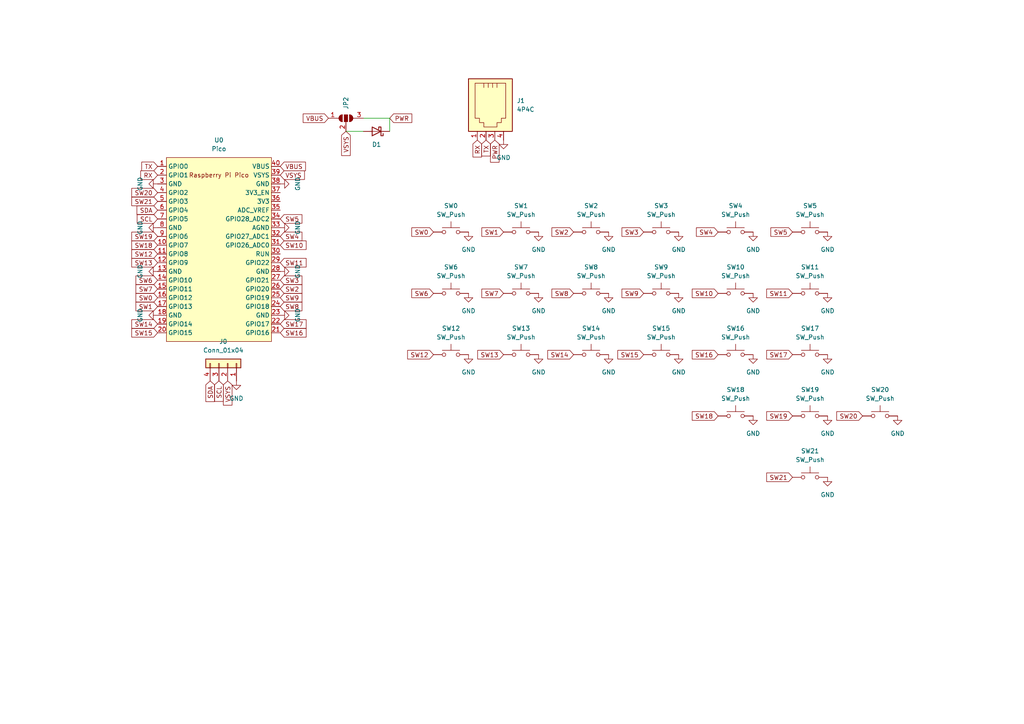
<source format=kicad_sch>
(kicad_sch (version 20211123) (generator eeschema)

  (uuid e63e39d7-6ac0-4ffd-8aa3-1841a4541b55)

  (paper "A4")

  (lib_symbols
    (symbol "Connector:4P4C" (pin_names (offset 1.016)) (in_bom yes) (on_board yes)
      (property "Reference" "J" (id 0) (at -5.08 8.89 0)
        (effects (font (size 1.27 1.27)) (justify right))
      )
      (property "Value" "4P4C" (id 1) (at 2.54 8.89 0)
        (effects (font (size 1.27 1.27)) (justify left))
      )
      (property "Footprint" "" (id 2) (at 0 1.27 90)
        (effects (font (size 1.27 1.27)) hide)
      )
      (property "Datasheet" "~" (id 3) (at 0 1.27 90)
        (effects (font (size 1.27 1.27)) hide)
      )
      (property "ki_keywords" "4P4C RJ female connector" (id 4) (at 0 0 0)
        (effects (font (size 1.27 1.27)) hide)
      )
      (property "ki_description" "RJ connector, 4P4C (4 positions 4 connected), RJ9/RJ10/RJ22" (id 5) (at 0 0 0)
        (effects (font (size 1.27 1.27)) hide)
      )
      (property "ki_fp_filters" "4P4C* RJ9* RJ10* RJ22*" (id 6) (at 0 0 0)
        (effects (font (size 1.27 1.27)) hide)
      )
      (symbol "4P4C_0_1"
        (polyline
          (pts
            (xy -6.35 -0.635)
            (xy -5.08 -0.635)
            (xy -5.08 -0.635)
          )
          (stroke (width 0) (type default) (color 0 0 0 0))
          (fill (type none))
        )
        (polyline
          (pts
            (xy -6.35 0.635)
            (xy -5.08 0.635)
            (xy -5.08 0.635)
          )
          (stroke (width 0) (type default) (color 0 0 0 0))
          (fill (type none))
        )
        (polyline
          (pts
            (xy -6.35 1.905)
            (xy -5.08 1.905)
            (xy -5.08 1.905)
          )
          (stroke (width 0) (type default) (color 0 0 0 0))
          (fill (type none))
        )
        (polyline
          (pts
            (xy -6.35 3.175)
            (xy -5.08 3.175)
            (xy -5.08 3.175)
          )
          (stroke (width 0) (type default) (color 0 0 0 0))
          (fill (type none))
        )
        (polyline
          (pts
            (xy -6.35 -3.175)
            (xy -6.35 5.715)
            (xy -1.27 5.715)
            (xy 3.81 5.715)
            (xy 3.81 4.445)
            (xy 5.08 4.445)
            (xy 5.08 3.175)
            (xy 6.35 3.175)
            (xy 6.35 -0.635)
            (xy 5.08 -0.635)
            (xy 5.08 -1.905)
            (xy 3.81 -1.905)
            (xy 3.81 -3.175)
            (xy -6.35 -3.175)
            (xy -6.35 -3.175)
          )
          (stroke (width 0) (type default) (color 0 0 0 0))
          (fill (type none))
        )
        (rectangle (start 7.62 7.62) (end -7.62 -5.08)
          (stroke (width 0.254) (type default) (color 0 0 0 0))
          (fill (type background))
        )
      )
      (symbol "4P4C_1_1"
        (pin passive line (at 10.16 -2.54 180) (length 2.54)
          (name "~" (effects (font (size 1.27 1.27))))
          (number "1" (effects (font (size 1.27 1.27))))
        )
        (pin passive line (at 10.16 0 180) (length 2.54)
          (name "~" (effects (font (size 1.27 1.27))))
          (number "2" (effects (font (size 1.27 1.27))))
        )
        (pin passive line (at 10.16 2.54 180) (length 2.54)
          (name "~" (effects (font (size 1.27 1.27))))
          (number "3" (effects (font (size 1.27 1.27))))
        )
        (pin passive line (at 10.16 5.08 180) (length 2.54)
          (name "~" (effects (font (size 1.27 1.27))))
          (number "4" (effects (font (size 1.27 1.27))))
        )
      )
    )
    (symbol "Connector_Generic:Conn_01x04" (pin_names (offset 1.016) hide) (in_bom yes) (on_board yes)
      (property "Reference" "J" (id 0) (at 0 5.08 0)
        (effects (font (size 1.27 1.27)))
      )
      (property "Value" "Conn_01x04" (id 1) (at 0 -7.62 0)
        (effects (font (size 1.27 1.27)))
      )
      (property "Footprint" "" (id 2) (at 0 0 0)
        (effects (font (size 1.27 1.27)) hide)
      )
      (property "Datasheet" "~" (id 3) (at 0 0 0)
        (effects (font (size 1.27 1.27)) hide)
      )
      (property "ki_keywords" "connector" (id 4) (at 0 0 0)
        (effects (font (size 1.27 1.27)) hide)
      )
      (property "ki_description" "Generic connector, single row, 01x04, script generated (kicad-library-utils/schlib/autogen/connector/)" (id 5) (at 0 0 0)
        (effects (font (size 1.27 1.27)) hide)
      )
      (property "ki_fp_filters" "Connector*:*_1x??_*" (id 6) (at 0 0 0)
        (effects (font (size 1.27 1.27)) hide)
      )
      (symbol "Conn_01x04_1_1"
        (rectangle (start -1.27 -4.953) (end 0 -5.207)
          (stroke (width 0.1524) (type default) (color 0 0 0 0))
          (fill (type none))
        )
        (rectangle (start -1.27 -2.413) (end 0 -2.667)
          (stroke (width 0.1524) (type default) (color 0 0 0 0))
          (fill (type none))
        )
        (rectangle (start -1.27 0.127) (end 0 -0.127)
          (stroke (width 0.1524) (type default) (color 0 0 0 0))
          (fill (type none))
        )
        (rectangle (start -1.27 2.667) (end 0 2.413)
          (stroke (width 0.1524) (type default) (color 0 0 0 0))
          (fill (type none))
        )
        (rectangle (start -1.27 3.81) (end 1.27 -6.35)
          (stroke (width 0.254) (type default) (color 0 0 0 0))
          (fill (type background))
        )
        (pin passive line (at -5.08 2.54 0) (length 3.81)
          (name "Pin_1" (effects (font (size 1.27 1.27))))
          (number "1" (effects (font (size 1.27 1.27))))
        )
        (pin passive line (at -5.08 0 0) (length 3.81)
          (name "Pin_2" (effects (font (size 1.27 1.27))))
          (number "2" (effects (font (size 1.27 1.27))))
        )
        (pin passive line (at -5.08 -2.54 0) (length 3.81)
          (name "Pin_3" (effects (font (size 1.27 1.27))))
          (number "3" (effects (font (size 1.27 1.27))))
        )
        (pin passive line (at -5.08 -5.08 0) (length 3.81)
          (name "Pin_4" (effects (font (size 1.27 1.27))))
          (number "4" (effects (font (size 1.27 1.27))))
        )
      )
    )
    (symbol "Device:D_Schottky" (pin_numbers hide) (pin_names (offset 1.016) hide) (in_bom yes) (on_board yes)
      (property "Reference" "D" (id 0) (at 0 2.54 0)
        (effects (font (size 1.27 1.27)))
      )
      (property "Value" "D_Schottky" (id 1) (at 0 -2.54 0)
        (effects (font (size 1.27 1.27)))
      )
      (property "Footprint" "" (id 2) (at 0 0 0)
        (effects (font (size 1.27 1.27)) hide)
      )
      (property "Datasheet" "~" (id 3) (at 0 0 0)
        (effects (font (size 1.27 1.27)) hide)
      )
      (property "ki_keywords" "diode Schottky" (id 4) (at 0 0 0)
        (effects (font (size 1.27 1.27)) hide)
      )
      (property "ki_description" "Schottky diode" (id 5) (at 0 0 0)
        (effects (font (size 1.27 1.27)) hide)
      )
      (property "ki_fp_filters" "TO-???* *_Diode_* *SingleDiode* D_*" (id 6) (at 0 0 0)
        (effects (font (size 1.27 1.27)) hide)
      )
      (symbol "D_Schottky_0_1"
        (polyline
          (pts
            (xy 1.27 0)
            (xy -1.27 0)
          )
          (stroke (width 0) (type default) (color 0 0 0 0))
          (fill (type none))
        )
        (polyline
          (pts
            (xy 1.27 1.27)
            (xy 1.27 -1.27)
            (xy -1.27 0)
            (xy 1.27 1.27)
          )
          (stroke (width 0.254) (type default) (color 0 0 0 0))
          (fill (type none))
        )
        (polyline
          (pts
            (xy -1.905 0.635)
            (xy -1.905 1.27)
            (xy -1.27 1.27)
            (xy -1.27 -1.27)
            (xy -0.635 -1.27)
            (xy -0.635 -0.635)
          )
          (stroke (width 0.254) (type default) (color 0 0 0 0))
          (fill (type none))
        )
      )
      (symbol "D_Schottky_1_1"
        (pin passive line (at -3.81 0 0) (length 2.54)
          (name "K" (effects (font (size 1.27 1.27))))
          (number "1" (effects (font (size 1.27 1.27))))
        )
        (pin passive line (at 3.81 0 180) (length 2.54)
          (name "A" (effects (font (size 1.27 1.27))))
          (number "2" (effects (font (size 1.27 1.27))))
        )
      )
    )
    (symbol "Jumper:SolderJumper_3_Open" (pin_names (offset 0) hide) (in_bom yes) (on_board yes)
      (property "Reference" "JP" (id 0) (at -2.54 -2.54 0)
        (effects (font (size 1.27 1.27)))
      )
      (property "Value" "SolderJumper_3_Open" (id 1) (at 0 2.794 0)
        (effects (font (size 1.27 1.27)))
      )
      (property "Footprint" "" (id 2) (at 0 0 0)
        (effects (font (size 1.27 1.27)) hide)
      )
      (property "Datasheet" "~" (id 3) (at 0 0 0)
        (effects (font (size 1.27 1.27)) hide)
      )
      (property "ki_keywords" "Solder Jumper SPDT" (id 4) (at 0 0 0)
        (effects (font (size 1.27 1.27)) hide)
      )
      (property "ki_description" "Solder Jumper, 3-pole, open" (id 5) (at 0 0 0)
        (effects (font (size 1.27 1.27)) hide)
      )
      (property "ki_fp_filters" "SolderJumper*Open*" (id 6) (at 0 0 0)
        (effects (font (size 1.27 1.27)) hide)
      )
      (symbol "SolderJumper_3_Open_0_1"
        (arc (start -1.016 1.016) (mid -2.032 0) (end -1.016 -1.016)
          (stroke (width 0) (type default) (color 0 0 0 0))
          (fill (type none))
        )
        (arc (start -1.016 1.016) (mid -2.032 0) (end -1.016 -1.016)
          (stroke (width 0) (type default) (color 0 0 0 0))
          (fill (type outline))
        )
        (rectangle (start -0.508 1.016) (end 0.508 -1.016)
          (stroke (width 0) (type default) (color 0 0 0 0))
          (fill (type outline))
        )
        (polyline
          (pts
            (xy -2.54 0)
            (xy -2.032 0)
          )
          (stroke (width 0) (type default) (color 0 0 0 0))
          (fill (type none))
        )
        (polyline
          (pts
            (xy -1.016 1.016)
            (xy -1.016 -1.016)
          )
          (stroke (width 0) (type default) (color 0 0 0 0))
          (fill (type none))
        )
        (polyline
          (pts
            (xy 0 -1.27)
            (xy 0 -1.016)
          )
          (stroke (width 0) (type default) (color 0 0 0 0))
          (fill (type none))
        )
        (polyline
          (pts
            (xy 1.016 1.016)
            (xy 1.016 -1.016)
          )
          (stroke (width 0) (type default) (color 0 0 0 0))
          (fill (type none))
        )
        (polyline
          (pts
            (xy 2.54 0)
            (xy 2.032 0)
          )
          (stroke (width 0) (type default) (color 0 0 0 0))
          (fill (type none))
        )
        (arc (start 1.016 -1.016) (mid 2.032 0) (end 1.016 1.016)
          (stroke (width 0) (type default) (color 0 0 0 0))
          (fill (type none))
        )
        (arc (start 1.016 -1.016) (mid 2.032 0) (end 1.016 1.016)
          (stroke (width 0) (type default) (color 0 0 0 0))
          (fill (type outline))
        )
      )
      (symbol "SolderJumper_3_Open_1_1"
        (pin passive line (at -5.08 0 0) (length 2.54)
          (name "A" (effects (font (size 1.27 1.27))))
          (number "1" (effects (font (size 1.27 1.27))))
        )
        (pin passive line (at 0 -3.81 90) (length 2.54)
          (name "C" (effects (font (size 1.27 1.27))))
          (number "2" (effects (font (size 1.27 1.27))))
        )
        (pin passive line (at 5.08 0 180) (length 2.54)
          (name "B" (effects (font (size 1.27 1.27))))
          (number "3" (effects (font (size 1.27 1.27))))
        )
      )
    )
    (symbol "SW_Push_1" (pin_numbers hide) (pin_names (offset 1.016) hide) (in_bom yes) (on_board yes)
      (property "Reference" "SW" (id 0) (at 1.27 2.54 0)
        (effects (font (size 1.27 1.27)) (justify left))
      )
      (property "Value" "SW_Push_1" (id 1) (at 0 -1.524 0)
        (effects (font (size 1.27 1.27)))
      )
      (property "Footprint" "" (id 2) (at 0 5.08 0)
        (effects (font (size 1.27 1.27)) hide)
      )
      (property "Datasheet" "~" (id 3) (at 0 5.08 0)
        (effects (font (size 1.27 1.27)) hide)
      )
      (property "ki_keywords" "switch normally-open pushbutton push-button" (id 4) (at 0 0 0)
        (effects (font (size 1.27 1.27)) hide)
      )
      (property "ki_description" "Push button switch, generic, two pins" (id 5) (at 0 0 0)
        (effects (font (size 1.27 1.27)) hide)
      )
      (symbol "SW_Push_1_0_1"
        (circle (center -2.032 0) (radius 0.508)
          (stroke (width 0) (type default) (color 0 0 0 0))
          (fill (type none))
        )
        (polyline
          (pts
            (xy 0 1.27)
            (xy 0 3.048)
          )
          (stroke (width 0) (type default) (color 0 0 0 0))
          (fill (type none))
        )
        (polyline
          (pts
            (xy 2.54 1.27)
            (xy -2.54 1.27)
          )
          (stroke (width 0) (type default) (color 0 0 0 0))
          (fill (type none))
        )
        (circle (center 2.032 0) (radius 0.508)
          (stroke (width 0) (type default) (color 0 0 0 0))
          (fill (type none))
        )
        (pin passive line (at -5.08 0 0) (length 2.54)
          (name "1" (effects (font (size 1.27 1.27))))
          (number "1" (effects (font (size 1.27 1.27))))
        )
        (pin passive line (at 5.08 0 180) (length 2.54)
          (name "2" (effects (font (size 1.27 1.27))))
          (number "2" (effects (font (size 1.27 1.27))))
        )
      )
    )
    (symbol "Switch:SW_Push" (pin_numbers hide) (pin_names (offset 1.016) hide) (in_bom yes) (on_board yes)
      (property "Reference" "SW" (id 0) (at 1.27 2.54 0)
        (effects (font (size 1.27 1.27)) (justify left))
      )
      (property "Value" "SW_Push" (id 1) (at 0 -1.524 0)
        (effects (font (size 1.27 1.27)))
      )
      (property "Footprint" "" (id 2) (at 0 5.08 0)
        (effects (font (size 1.27 1.27)) hide)
      )
      (property "Datasheet" "~" (id 3) (at 0 5.08 0)
        (effects (font (size 1.27 1.27)) hide)
      )
      (property "ki_keywords" "switch normally-open pushbutton push-button" (id 4) (at 0 0 0)
        (effects (font (size 1.27 1.27)) hide)
      )
      (property "ki_description" "Push button switch, generic, two pins" (id 5) (at 0 0 0)
        (effects (font (size 1.27 1.27)) hide)
      )
      (symbol "SW_Push_0_1"
        (circle (center -2.032 0) (radius 0.508)
          (stroke (width 0) (type default) (color 0 0 0 0))
          (fill (type none))
        )
        (polyline
          (pts
            (xy 0 1.27)
            (xy 0 3.048)
          )
          (stroke (width 0) (type default) (color 0 0 0 0))
          (fill (type none))
        )
        (polyline
          (pts
            (xy 2.54 1.27)
            (xy -2.54 1.27)
          )
          (stroke (width 0) (type default) (color 0 0 0 0))
          (fill (type none))
        )
        (circle (center 2.032 0) (radius 0.508)
          (stroke (width 0) (type default) (color 0 0 0 0))
          (fill (type none))
        )
        (pin passive line (at -5.08 0 0) (length 2.54)
          (name "1" (effects (font (size 1.27 1.27))))
          (number "1" (effects (font (size 1.27 1.27))))
        )
        (pin passive line (at 5.08 0 180) (length 2.54)
          (name "2" (effects (font (size 1.27 1.27))))
          (number "2" (effects (font (size 1.27 1.27))))
        )
      )
    )
    (symbol "pico:Pico" (in_bom yes) (on_board yes)
      (property "Reference" "U0" (id 0) (at 0 31.75 0)
        (effects (font (size 1.27 1.27)))
      )
      (property "Value" "Pico" (id 1) (at 0 29.21 0)
        (effects (font (size 1.27 1.27)))
      )
      (property "Footprint" "custom_fp:RPi_Pico_TH" (id 2) (at 0 0 90)
        (effects (font (size 1.27 1.27)) hide)
      )
      (property "Datasheet" "" (id 3) (at 0 0 0)
        (effects (font (size 1.27 1.27)) hide)
      )
      (symbol "Pico_0_0"
        (text "Raspberry Pi Pico" (at 0 21.59 0)
          (effects (font (size 1.27 1.27)))
        )
      )
      (symbol "Pico_0_1"
        (rectangle (start -15.24 26.67) (end 15.24 -26.67)
          (stroke (width 0) (type default) (color 0 0 0 0))
          (fill (type background))
        )
      )
      (symbol "Pico_1_1"
        (pin bidirectional line (at -17.78 24.13 0) (length 2.54)
          (name "GPIO0" (effects (font (size 1.27 1.27))))
          (number "1" (effects (font (size 1.27 1.27))))
        )
        (pin bidirectional line (at -17.78 1.27 0) (length 2.54)
          (name "GPIO7" (effects (font (size 1.27 1.27))))
          (number "10" (effects (font (size 1.27 1.27))))
        )
        (pin bidirectional line (at -17.78 -1.27 0) (length 2.54)
          (name "GPIO8" (effects (font (size 1.27 1.27))))
          (number "11" (effects (font (size 1.27 1.27))))
        )
        (pin bidirectional line (at -17.78 -3.81 0) (length 2.54)
          (name "GPIO9" (effects (font (size 1.27 1.27))))
          (number "12" (effects (font (size 1.27 1.27))))
        )
        (pin power_in line (at -17.78 -6.35 0) (length 2.54)
          (name "GND" (effects (font (size 1.27 1.27))))
          (number "13" (effects (font (size 1.27 1.27))))
        )
        (pin bidirectional line (at -17.78 -8.89 0) (length 2.54)
          (name "GPIO10" (effects (font (size 1.27 1.27))))
          (number "14" (effects (font (size 1.27 1.27))))
        )
        (pin bidirectional line (at -17.78 -11.43 0) (length 2.54)
          (name "GPIO11" (effects (font (size 1.27 1.27))))
          (number "15" (effects (font (size 1.27 1.27))))
        )
        (pin bidirectional line (at -17.78 -13.97 0) (length 2.54)
          (name "GPIO12" (effects (font (size 1.27 1.27))))
          (number "16" (effects (font (size 1.27 1.27))))
        )
        (pin bidirectional line (at -17.78 -16.51 0) (length 2.54)
          (name "GPIO13" (effects (font (size 1.27 1.27))))
          (number "17" (effects (font (size 1.27 1.27))))
        )
        (pin power_in line (at -17.78 -19.05 0) (length 2.54)
          (name "GND" (effects (font (size 1.27 1.27))))
          (number "18" (effects (font (size 1.27 1.27))))
        )
        (pin bidirectional line (at -17.78 -21.59 0) (length 2.54)
          (name "GPIO14" (effects (font (size 1.27 1.27))))
          (number "19" (effects (font (size 1.27 1.27))))
        )
        (pin bidirectional line (at -17.78 21.59 0) (length 2.54)
          (name "GPIO1" (effects (font (size 1.27 1.27))))
          (number "2" (effects (font (size 1.27 1.27))))
        )
        (pin bidirectional line (at -17.78 -24.13 0) (length 2.54)
          (name "GPIO15" (effects (font (size 1.27 1.27))))
          (number "20" (effects (font (size 1.27 1.27))))
        )
        (pin bidirectional line (at 17.78 -24.13 180) (length 2.54)
          (name "GPIO16" (effects (font (size 1.27 1.27))))
          (number "21" (effects (font (size 1.27 1.27))))
        )
        (pin bidirectional line (at 17.78 -21.59 180) (length 2.54)
          (name "GPIO17" (effects (font (size 1.27 1.27))))
          (number "22" (effects (font (size 1.27 1.27))))
        )
        (pin power_in line (at 17.78 -19.05 180) (length 2.54)
          (name "GND" (effects (font (size 1.27 1.27))))
          (number "23" (effects (font (size 1.27 1.27))))
        )
        (pin bidirectional line (at 17.78 -16.51 180) (length 2.54)
          (name "GPIO18" (effects (font (size 1.27 1.27))))
          (number "24" (effects (font (size 1.27 1.27))))
        )
        (pin bidirectional line (at 17.78 -13.97 180) (length 2.54)
          (name "GPIO19" (effects (font (size 1.27 1.27))))
          (number "25" (effects (font (size 1.27 1.27))))
        )
        (pin bidirectional line (at 17.78 -11.43 180) (length 2.54)
          (name "GPIO20" (effects (font (size 1.27 1.27))))
          (number "26" (effects (font (size 1.27 1.27))))
        )
        (pin bidirectional line (at 17.78 -8.89 180) (length 2.54)
          (name "GPIO21" (effects (font (size 1.27 1.27))))
          (number "27" (effects (font (size 1.27 1.27))))
        )
        (pin power_in line (at 17.78 -6.35 180) (length 2.54)
          (name "GND" (effects (font (size 1.27 1.27))))
          (number "28" (effects (font (size 1.27 1.27))))
        )
        (pin bidirectional line (at 17.78 -3.81 180) (length 2.54)
          (name "GPIO22" (effects (font (size 1.27 1.27))))
          (number "29" (effects (font (size 1.27 1.27))))
        )
        (pin power_in line (at -17.78 19.05 0) (length 2.54)
          (name "GND" (effects (font (size 1.27 1.27))))
          (number "3" (effects (font (size 1.27 1.27))))
        )
        (pin input line (at 17.78 -1.27 180) (length 2.54)
          (name "RUN" (effects (font (size 1.27 1.27))))
          (number "30" (effects (font (size 1.27 1.27))))
        )
        (pin bidirectional line (at 17.78 1.27 180) (length 2.54)
          (name "GPIO26_ADC0" (effects (font (size 1.27 1.27))))
          (number "31" (effects (font (size 1.27 1.27))))
        )
        (pin bidirectional line (at 17.78 3.81 180) (length 2.54)
          (name "GPIO27_ADC1" (effects (font (size 1.27 1.27))))
          (number "32" (effects (font (size 1.27 1.27))))
        )
        (pin power_in line (at 17.78 6.35 180) (length 2.54)
          (name "AGND" (effects (font (size 1.27 1.27))))
          (number "33" (effects (font (size 1.27 1.27))))
        )
        (pin bidirectional line (at 17.78 8.89 180) (length 2.54)
          (name "GPIO28_ADC2" (effects (font (size 1.27 1.27))))
          (number "34" (effects (font (size 1.27 1.27))))
        )
        (pin power_in line (at 17.78 11.43 180) (length 2.54)
          (name "ADC_VREF" (effects (font (size 1.27 1.27))))
          (number "35" (effects (font (size 1.27 1.27))))
        )
        (pin power_in line (at 17.78 13.97 180) (length 2.54)
          (name "3V3" (effects (font (size 1.27 1.27))))
          (number "36" (effects (font (size 1.27 1.27))))
        )
        (pin input line (at 17.78 16.51 180) (length 2.54)
          (name "3V3_EN" (effects (font (size 1.27 1.27))))
          (number "37" (effects (font (size 1.27 1.27))))
        )
        (pin bidirectional line (at 17.78 19.05 180) (length 2.54)
          (name "GND" (effects (font (size 1.27 1.27))))
          (number "38" (effects (font (size 1.27 1.27))))
        )
        (pin power_in line (at 17.78 21.59 180) (length 2.54)
          (name "VSYS" (effects (font (size 1.27 1.27))))
          (number "39" (effects (font (size 1.27 1.27))))
        )
        (pin bidirectional line (at -17.78 16.51 0) (length 2.54)
          (name "GPIO2" (effects (font (size 1.27 1.27))))
          (number "4" (effects (font (size 1.27 1.27))))
        )
        (pin power_in line (at 17.78 24.13 180) (length 2.54)
          (name "VBUS" (effects (font (size 1.27 1.27))))
          (number "40" (effects (font (size 1.27 1.27))))
        )
        (pin bidirectional line (at -17.78 13.97 0) (length 2.54)
          (name "GPIO3" (effects (font (size 1.27 1.27))))
          (number "5" (effects (font (size 1.27 1.27))))
        )
        (pin bidirectional line (at -17.78 11.43 0) (length 2.54)
          (name "GPIO4" (effects (font (size 1.27 1.27))))
          (number "6" (effects (font (size 1.27 1.27))))
        )
        (pin bidirectional line (at -17.78 8.89 0) (length 2.54)
          (name "GPIO5" (effects (font (size 1.27 1.27))))
          (number "7" (effects (font (size 1.27 1.27))))
        )
        (pin power_in line (at -17.78 6.35 0) (length 2.54)
          (name "GND" (effects (font (size 1.27 1.27))))
          (number "8" (effects (font (size 1.27 1.27))))
        )
        (pin bidirectional line (at -17.78 3.81 0) (length 2.54)
          (name "GPIO6" (effects (font (size 1.27 1.27))))
          (number "9" (effects (font (size 1.27 1.27))))
        )
      )
    )
    (symbol "power:GND" (power) (pin_names (offset 0)) (in_bom yes) (on_board yes)
      (property "Reference" "#PWR" (id 0) (at 0 -6.35 0)
        (effects (font (size 1.27 1.27)) hide)
      )
      (property "Value" "GND" (id 1) (at 0 -3.81 0)
        (effects (font (size 1.27 1.27)))
      )
      (property "Footprint" "" (id 2) (at 0 0 0)
        (effects (font (size 1.27 1.27)) hide)
      )
      (property "Datasheet" "" (id 3) (at 0 0 0)
        (effects (font (size 1.27 1.27)) hide)
      )
      (property "ki_keywords" "power-flag" (id 4) (at 0 0 0)
        (effects (font (size 1.27 1.27)) hide)
      )
      (property "ki_description" "Power symbol creates a global label with name \"GND\" , ground" (id 5) (at 0 0 0)
        (effects (font (size 1.27 1.27)) hide)
      )
      (symbol "GND_0_1"
        (polyline
          (pts
            (xy 0 0)
            (xy 0 -1.27)
            (xy 1.27 -1.27)
            (xy 0 -2.54)
            (xy -1.27 -1.27)
            (xy 0 -1.27)
          )
          (stroke (width 0) (type default) (color 0 0 0 0))
          (fill (type none))
        )
      )
      (symbol "GND_1_1"
        (pin power_in line (at 0 0 270) (length 0) hide
          (name "GND" (effects (font (size 1.27 1.27))))
          (number "1" (effects (font (size 1.27 1.27))))
        )
      )
    )
  )


  (wire (pts (xy 105.41 34.29) (xy 113.03 34.29))
    (stroke (width 0) (type default) (color 0 0 0 0))
    (uuid 746afa22-9ca3-4acb-b0ec-ccdb523aa423)
  )
  (wire (pts (xy 113.03 34.29) (xy 113.03 38.1))
    (stroke (width 0) (type default) (color 0 0 0 0))
    (uuid 9030dbc4-824c-47ba-904e-ffc7e8a0f581)
  )
  (wire (pts (xy 100.33 38.1) (xy 105.41 38.1))
    (stroke (width 0) (type default) (color 0 0 0 0))
    (uuid b539556c-71b1-4373-bba9-69aadfb1642d)
  )

  (global_label "VSYS" (shape input) (at 100.33 38.1 270) (fields_autoplaced)
    (effects (font (size 1.27 1.27)) (justify right))
    (uuid 06a47523-c441-48e4-9b3a-d6cc6c8e9959)
    (property "Intersheet References" "${INTERSHEET_REFS}" (id 0) (at 100.4094 45.1093 90)
      (effects (font (size 1.27 1.27)) (justify left) hide)
    )
  )
  (global_label "SCL" (shape input) (at 63.5 110.49 270) (fields_autoplaced)
    (effects (font (size 1.27 1.27)) (justify right))
    (uuid 07d9277d-a791-4686-b17e-f5bf910360ea)
    (property "Intersheet References" "${INTERSHEET_REFS}" (id 0) (at 63.4206 116.4107 90)
      (effects (font (size 1.27 1.27)) (justify right) hide)
    )
  )
  (global_label "SW0" (shape input) (at 125.73 67.31 180) (fields_autoplaced)
    (effects (font (size 1.27 1.27)) (justify right))
    (uuid 0dc2c787-aa06-4c55-bb3c-43df5a6365ef)
    (property "Intersheet References" "${INTERSHEET_REFS}" (id 0) (at 119.4464 67.2306 0)
      (effects (font (size 1.27 1.27)) (justify right) hide)
    )
  )
  (global_label "RX" (shape input) (at 45.72 50.8 180) (fields_autoplaced)
    (effects (font (size 1.27 1.27)) (justify right))
    (uuid 164456cc-f492-48d5-badf-1376d672260d)
    (property "Intersheet References" "${INTERSHEET_REFS}" (id 0) (at 40.8274 50.7206 0)
      (effects (font (size 1.27 1.27)) (justify right) hide)
    )
  )
  (global_label "SW15" (shape input) (at 45.72 96.52 180) (fields_autoplaced)
    (effects (font (size 1.27 1.27)) (justify right))
    (uuid 176884fd-6ff6-4455-a0b3-1d766eac3be1)
    (property "Intersheet References" "${INTERSHEET_REFS}" (id 0) (at 38.2269 96.4406 0)
      (effects (font (size 1.27 1.27)) (justify right) hide)
    )
  )
  (global_label "SW17" (shape input) (at 229.87 102.87 180) (fields_autoplaced)
    (effects (font (size 1.27 1.27)) (justify right))
    (uuid 1c326faa-dfcc-493f-905f-5a9207009905)
    (property "Intersheet References" "${INTERSHEET_REFS}" (id 0) (at 222.3769 102.7906 0)
      (effects (font (size 1.27 1.27)) (justify right) hide)
    )
  )
  (global_label "PWR" (shape input) (at 113.03 34.29 0) (fields_autoplaced)
    (effects (font (size 1.27 1.27)) (justify left))
    (uuid 2067f3ce-3156-4cac-9cfa-c05a6acd111b)
    (property "Intersheet References" "${INTERSHEET_REFS}" (id 0) (at 119.4345 34.2106 0)
      (effects (font (size 1.27 1.27)) (justify right) hide)
    )
  )
  (global_label "SW12" (shape input) (at 125.73 102.87 180) (fields_autoplaced)
    (effects (font (size 1.27 1.27)) (justify right))
    (uuid 21cf8a36-4315-4059-8f5e-eee364cffff8)
    (property "Intersheet References" "${INTERSHEET_REFS}" (id 0) (at 118.2369 102.7906 0)
      (effects (font (size 1.27 1.27)) (justify right) hide)
    )
  )
  (global_label "SW6" (shape input) (at 125.73 85.09 180) (fields_autoplaced)
    (effects (font (size 1.27 1.27)) (justify right))
    (uuid 221842dd-879e-47e7-ac21-cc328e09cd50)
    (property "Intersheet References" "${INTERSHEET_REFS}" (id 0) (at 119.4464 85.0106 0)
      (effects (font (size 1.27 1.27)) (justify right) hide)
    )
  )
  (global_label "SW20" (shape input) (at 250.19 120.65 180) (fields_autoplaced)
    (effects (font (size 1.27 1.27)) (justify right))
    (uuid 2677bd75-5f41-458c-be5e-32eeeb3e769b)
    (property "Intersheet References" "${INTERSHEET_REFS}" (id 0) (at 242.6969 120.5706 0)
      (effects (font (size 1.27 1.27)) (justify right) hide)
    )
  )
  (global_label "SW20" (shape input) (at 45.72 55.88 180) (fields_autoplaced)
    (effects (font (size 1.27 1.27)) (justify right))
    (uuid 29353d86-04d6-48ac-8533-0607bc5b5a0f)
    (property "Intersheet References" "${INTERSHEET_REFS}" (id 0) (at 38.2269 55.8006 0)
      (effects (font (size 1.27 1.27)) (justify right) hide)
    )
  )
  (global_label "SW2" (shape input) (at 81.28 83.82 0) (fields_autoplaced)
    (effects (font (size 1.27 1.27)) (justify left))
    (uuid 2975bde9-61de-4f68-b6e1-57e77818e68c)
    (property "Intersheet References" "${INTERSHEET_REFS}" (id 0) (at 87.5636 83.7406 0)
      (effects (font (size 1.27 1.27)) (justify left) hide)
    )
  )
  (global_label "SW10" (shape input) (at 81.28 71.12 0) (fields_autoplaced)
    (effects (font (size 1.27 1.27)) (justify left))
    (uuid 2a6288c2-7e68-4b6a-9c28-ef206f17ab74)
    (property "Intersheet References" "${INTERSHEET_REFS}" (id 0) (at 88.7731 71.0406 0)
      (effects (font (size 1.27 1.27)) (justify left) hide)
    )
  )
  (global_label "SW9" (shape input) (at 81.28 86.36 0) (fields_autoplaced)
    (effects (font (size 1.27 1.27)) (justify left))
    (uuid 34aaab7a-e3cf-4c29-9634-ee9c18070d6e)
    (property "Intersheet References" "${INTERSHEET_REFS}" (id 0) (at 87.5636 86.2806 0)
      (effects (font (size 1.27 1.27)) (justify left) hide)
    )
  )
  (global_label "SW18" (shape input) (at 45.72 71.12 180) (fields_autoplaced)
    (effects (font (size 1.27 1.27)) (justify right))
    (uuid 35a719cb-8946-4ad0-bd66-0f79c927ff7c)
    (property "Intersheet References" "${INTERSHEET_REFS}" (id 0) (at 38.2269 71.0406 0)
      (effects (font (size 1.27 1.27)) (justify right) hide)
    )
  )
  (global_label "SW19" (shape input) (at 229.87 120.65 180) (fields_autoplaced)
    (effects (font (size 1.27 1.27)) (justify right))
    (uuid 39d891a0-beef-47bd-807e-531f68523ac9)
    (property "Intersheet References" "${INTERSHEET_REFS}" (id 0) (at 222.3769 120.5706 0)
      (effects (font (size 1.27 1.27)) (justify right) hide)
    )
  )
  (global_label "SW19" (shape input) (at 45.72 68.58 180) (fields_autoplaced)
    (effects (font (size 1.27 1.27)) (justify right))
    (uuid 427d6ea8-edf7-446b-8f46-f31d71ac22b1)
    (property "Intersheet References" "${INTERSHEET_REFS}" (id 0) (at 38.2269 68.5006 0)
      (effects (font (size 1.27 1.27)) (justify right) hide)
    )
  )
  (global_label "SW13" (shape input) (at 45.72 76.2 180) (fields_autoplaced)
    (effects (font (size 1.27 1.27)) (justify right))
    (uuid 42c334ab-8611-48d7-a114-19a99f688a0a)
    (property "Intersheet References" "${INTERSHEET_REFS}" (id 0) (at 38.2269 76.1206 0)
      (effects (font (size 1.27 1.27)) (justify right) hide)
    )
  )
  (global_label "VBUS" (shape input) (at 81.28 48.26 0) (fields_autoplaced)
    (effects (font (size 1.27 1.27)) (justify left))
    (uuid 508b461b-2cee-4a35-a3d8-30671daf6fe8)
    (property "Intersheet References" "${INTERSHEET_REFS}" (id 0) (at 88.5917 48.1806 0)
      (effects (font (size 1.27 1.27)) (justify left) hide)
    )
  )
  (global_label "TX" (shape input) (at 45.72 48.26 180) (fields_autoplaced)
    (effects (font (size 1.27 1.27)) (justify right))
    (uuid 59501395-780b-47e4-8967-9f965674a799)
    (property "Intersheet References" "${INTERSHEET_REFS}" (id 0) (at 41.1298 48.1806 0)
      (effects (font (size 1.27 1.27)) (justify right) hide)
    )
  )
  (global_label "VBUS" (shape input) (at 95.25 34.29 180) (fields_autoplaced)
    (effects (font (size 1.27 1.27)) (justify right))
    (uuid 5e76909e-0e16-4b02-aede-92accae3f27c)
    (property "Intersheet References" "${INTERSHEET_REFS}" (id 0) (at 87.9383 34.3694 0)
      (effects (font (size 1.27 1.27)) (justify left) hide)
    )
  )
  (global_label "SW11" (shape input) (at 229.87 85.09 180) (fields_autoplaced)
    (effects (font (size 1.27 1.27)) (justify right))
    (uuid 679bdf14-f317-422d-a1ef-fe7a4f76d768)
    (property "Intersheet References" "${INTERSHEET_REFS}" (id 0) (at 222.3769 85.0106 0)
      (effects (font (size 1.27 1.27)) (justify right) hide)
    )
  )
  (global_label "SW11" (shape input) (at 81.28 76.2 0) (fields_autoplaced)
    (effects (font (size 1.27 1.27)) (justify left))
    (uuid 68128f33-bfbc-4f87-9556-7d6316f4edba)
    (property "Intersheet References" "${INTERSHEET_REFS}" (id 0) (at 88.7731 76.1206 0)
      (effects (font (size 1.27 1.27)) (justify left) hide)
    )
  )
  (global_label "SW18" (shape input) (at 208.28 120.65 180) (fields_autoplaced)
    (effects (font (size 1.27 1.27)) (justify right))
    (uuid 69d7afbe-f6f4-47a3-9c3d-5d8070bd5d10)
    (property "Intersheet References" "${INTERSHEET_REFS}" (id 0) (at 200.7869 120.5706 0)
      (effects (font (size 1.27 1.27)) (justify right) hide)
    )
  )
  (global_label "SW17" (shape input) (at 81.28 93.98 0) (fields_autoplaced)
    (effects (font (size 1.27 1.27)) (justify left))
    (uuid 712cad95-973f-407e-a80b-c008cc3bdae7)
    (property "Intersheet References" "${INTERSHEET_REFS}" (id 0) (at 88.7731 93.9006 0)
      (effects (font (size 1.27 1.27)) (justify left) hide)
    )
  )
  (global_label "SW16" (shape input) (at 81.28 96.52 0) (fields_autoplaced)
    (effects (font (size 1.27 1.27)) (justify left))
    (uuid 75b252a7-0139-4502-9cd4-8ce04a5a16ec)
    (property "Intersheet References" "${INTERSHEET_REFS}" (id 0) (at 88.7731 96.4406 0)
      (effects (font (size 1.27 1.27)) (justify left) hide)
    )
  )
  (global_label "SW6" (shape input) (at 45.72 81.28 180) (fields_autoplaced)
    (effects (font (size 1.27 1.27)) (justify right))
    (uuid 778a5aa5-0b6b-4ace-96ad-93ad7d8c9cd2)
    (property "Intersheet References" "${INTERSHEET_REFS}" (id 0) (at 39.4364 81.2006 0)
      (effects (font (size 1.27 1.27)) (justify right) hide)
    )
  )
  (global_label "SW9" (shape input) (at 186.69 85.09 180) (fields_autoplaced)
    (effects (font (size 1.27 1.27)) (justify right))
    (uuid 7c4b7d77-c40a-4911-a41b-ae64f912bffe)
    (property "Intersheet References" "${INTERSHEET_REFS}" (id 0) (at 180.4064 85.0106 0)
      (effects (font (size 1.27 1.27)) (justify right) hide)
    )
  )
  (global_label "SW3" (shape input) (at 186.69 67.31 180) (fields_autoplaced)
    (effects (font (size 1.27 1.27)) (justify right))
    (uuid 815f7472-40cd-4f69-ab40-4bda3103e3c4)
    (property "Intersheet References" "${INTERSHEET_REFS}" (id 0) (at 180.4064 67.2306 0)
      (effects (font (size 1.27 1.27)) (justify right) hide)
    )
  )
  (global_label "SW15" (shape input) (at 186.69 102.87 180) (fields_autoplaced)
    (effects (font (size 1.27 1.27)) (justify right))
    (uuid 8b2200d1-b3fc-4910-92ee-accb9fc3a7ca)
    (property "Intersheet References" "${INTERSHEET_REFS}" (id 0) (at 179.1969 102.7906 0)
      (effects (font (size 1.27 1.27)) (justify right) hide)
    )
  )
  (global_label "SW1" (shape input) (at 146.05 67.31 180) (fields_autoplaced)
    (effects (font (size 1.27 1.27)) (justify right))
    (uuid 8cebf7af-59db-40a1-88df-8bf2222163c2)
    (property "Intersheet References" "${INTERSHEET_REFS}" (id 0) (at 139.7664 67.2306 0)
      (effects (font (size 1.27 1.27)) (justify right) hide)
    )
  )
  (global_label "SW8" (shape input) (at 81.28 88.9 0) (fields_autoplaced)
    (effects (font (size 1.27 1.27)) (justify left))
    (uuid 94d10b04-1002-452e-908f-bb06334cc0f8)
    (property "Intersheet References" "${INTERSHEET_REFS}" (id 0) (at 87.5636 88.8206 0)
      (effects (font (size 1.27 1.27)) (justify left) hide)
    )
  )
  (global_label "SW4" (shape input) (at 81.28 68.58 0) (fields_autoplaced)
    (effects (font (size 1.27 1.27)) (justify left))
    (uuid 96066fe1-f77b-478d-9b2d-0f1adc727f12)
    (property "Intersheet References" "${INTERSHEET_REFS}" (id 0) (at 87.5636 68.5006 0)
      (effects (font (size 1.27 1.27)) (justify left) hide)
    )
  )
  (global_label "SW5" (shape input) (at 229.87 67.31 180) (fields_autoplaced)
    (effects (font (size 1.27 1.27)) (justify right))
    (uuid 9a8c9765-98d3-49c8-a7c6-b5bd5327a27e)
    (property "Intersheet References" "${INTERSHEET_REFS}" (id 0) (at 223.5864 67.2306 0)
      (effects (font (size 1.27 1.27)) (justify right) hide)
    )
  )
  (global_label "SW1" (shape input) (at 45.72 88.9 180) (fields_autoplaced)
    (effects (font (size 1.27 1.27)) (justify right))
    (uuid 9de72226-2d5a-4041-978f-a8668d5bb147)
    (property "Intersheet References" "${INTERSHEET_REFS}" (id 0) (at 39.4364 88.8206 0)
      (effects (font (size 1.27 1.27)) (justify right) hide)
    )
  )
  (global_label "SW16" (shape input) (at 208.28 102.87 180) (fields_autoplaced)
    (effects (font (size 1.27 1.27)) (justify right))
    (uuid 9e8a2450-bf03-480e-aaf4-26912af1d6f8)
    (property "Intersheet References" "${INTERSHEET_REFS}" (id 0) (at 200.7869 102.7906 0)
      (effects (font (size 1.27 1.27)) (justify right) hide)
    )
  )
  (global_label "SW8" (shape input) (at 166.37 85.09 180) (fields_autoplaced)
    (effects (font (size 1.27 1.27)) (justify right))
    (uuid a216bb24-59ef-4891-b0b9-7326f1609a4c)
    (property "Intersheet References" "${INTERSHEET_REFS}" (id 0) (at 160.0864 85.0106 0)
      (effects (font (size 1.27 1.27)) (justify right) hide)
    )
  )
  (global_label "SW14" (shape input) (at 45.72 93.98 180) (fields_autoplaced)
    (effects (font (size 1.27 1.27)) (justify right))
    (uuid a29ca435-c5fa-4ac9-8940-b7d62e03717b)
    (property "Intersheet References" "${INTERSHEET_REFS}" (id 0) (at 38.2269 93.9006 0)
      (effects (font (size 1.27 1.27)) (justify right) hide)
    )
  )
  (global_label "SW7" (shape input) (at 146.05 85.09 180) (fields_autoplaced)
    (effects (font (size 1.27 1.27)) (justify right))
    (uuid a9fc1e59-c033-4583-9920-b6179993622e)
    (property "Intersheet References" "${INTERSHEET_REFS}" (id 0) (at 139.7664 85.0106 0)
      (effects (font (size 1.27 1.27)) (justify right) hide)
    )
  )
  (global_label "SW10" (shape input) (at 208.28 85.09 180) (fields_autoplaced)
    (effects (font (size 1.27 1.27)) (justify right))
    (uuid ac32a33c-6eea-4f2e-a517-0fdd2c4cfd6f)
    (property "Intersheet References" "${INTERSHEET_REFS}" (id 0) (at 200.7869 85.0106 0)
      (effects (font (size 1.27 1.27)) (justify right) hide)
    )
  )
  (global_label "SW2" (shape input) (at 166.37 67.31 180) (fields_autoplaced)
    (effects (font (size 1.27 1.27)) (justify right))
    (uuid b0a6fb7c-ab1b-4fb7-9913-d98b537af53d)
    (property "Intersheet References" "${INTERSHEET_REFS}" (id 0) (at 160.0864 67.2306 0)
      (effects (font (size 1.27 1.27)) (justify right) hide)
    )
  )
  (global_label "SW0" (shape input) (at 45.72 86.36 180) (fields_autoplaced)
    (effects (font (size 1.27 1.27)) (justify right))
    (uuid b3aefcb2-01d6-41f6-8572-5034624778f2)
    (property "Intersheet References" "${INTERSHEET_REFS}" (id 0) (at 39.4364 86.2806 0)
      (effects (font (size 1.27 1.27)) (justify right) hide)
    )
  )
  (global_label "VSYS" (shape input) (at 81.28 50.8 0) (fields_autoplaced)
    (effects (font (size 1.27 1.27)) (justify left))
    (uuid b6825ec2-90f7-46fe-8c42-744522657559)
    (property "Intersheet References" "${INTERSHEET_REFS}" (id 0) (at 88.2893 50.7206 0)
      (effects (font (size 1.27 1.27)) (justify left) hide)
    )
  )
  (global_label "SCL" (shape input) (at 45.72 63.5 180) (fields_autoplaced)
    (effects (font (size 1.27 1.27)) (justify right))
    (uuid ba0c664c-db78-4fcd-969f-a3b74de952ac)
    (property "Intersheet References" "${INTERSHEET_REFS}" (id 0) (at 39.7993 63.4206 0)
      (effects (font (size 1.27 1.27)) (justify right) hide)
    )
  )
  (global_label "SDA" (shape input) (at 60.96 110.49 270) (fields_autoplaced)
    (effects (font (size 1.27 1.27)) (justify right))
    (uuid be801785-9952-4055-b618-c119c70612ca)
    (property "Intersheet References" "${INTERSHEET_REFS}" (id 0) (at 60.8806 116.4712 90)
      (effects (font (size 1.27 1.27)) (justify right) hide)
    )
  )
  (global_label "SW21" (shape input) (at 45.72 58.42 180) (fields_autoplaced)
    (effects (font (size 1.27 1.27)) (justify right))
    (uuid c2ac4306-dd7b-41f7-b908-1b7f9f272fcd)
    (property "Intersheet References" "${INTERSHEET_REFS}" (id 0) (at 38.2269 58.3406 0)
      (effects (font (size 1.27 1.27)) (justify right) hide)
    )
  )
  (global_label "SW12" (shape input) (at 45.72 73.66 180) (fields_autoplaced)
    (effects (font (size 1.27 1.27)) (justify right))
    (uuid c477bd89-c5cf-45a5-bad0-aa9992e513c3)
    (property "Intersheet References" "${INTERSHEET_REFS}" (id 0) (at 38.2269 73.5806 0)
      (effects (font (size 1.27 1.27)) (justify right) hide)
    )
  )
  (global_label "TX" (shape input) (at 140.97 40.64 270) (fields_autoplaced)
    (effects (font (size 1.27 1.27)) (justify right))
    (uuid cb143420-fca2-4cbd-801e-28377ce9b27c)
    (property "Intersheet References" "${INTERSHEET_REFS}" (id 0) (at 141.0494 45.2302 90)
      (effects (font (size 1.27 1.27)) (justify left) hide)
    )
  )
  (global_label "SW7" (shape input) (at 45.72 83.82 180) (fields_autoplaced)
    (effects (font (size 1.27 1.27)) (justify right))
    (uuid d2140b97-3ed8-4348-b277-02841d1baecc)
    (property "Intersheet References" "${INTERSHEET_REFS}" (id 0) (at 39.4364 83.7406 0)
      (effects (font (size 1.27 1.27)) (justify right) hide)
    )
  )
  (global_label "SW4" (shape input) (at 208.28 67.31 180) (fields_autoplaced)
    (effects (font (size 1.27 1.27)) (justify right))
    (uuid d3ac80f4-b192-46d6-9651-d202d83ed776)
    (property "Intersheet References" "${INTERSHEET_REFS}" (id 0) (at 201.9964 67.2306 0)
      (effects (font (size 1.27 1.27)) (justify right) hide)
    )
  )
  (global_label "SDA" (shape input) (at 45.72 60.96 180) (fields_autoplaced)
    (effects (font (size 1.27 1.27)) (justify right))
    (uuid d5ad87d3-c9db-43d7-bda6-52af0f9875f7)
    (property "Intersheet References" "${INTERSHEET_REFS}" (id 0) (at 39.7388 60.8806 0)
      (effects (font (size 1.27 1.27)) (justify right) hide)
    )
  )
  (global_label "VSYS" (shape input) (at 66.04 110.49 270) (fields_autoplaced)
    (effects (font (size 1.27 1.27)) (justify right))
    (uuid dd7ae9c7-e47d-4f28-b899-d6d6d37bcbaf)
    (property "Intersheet References" "${INTERSHEET_REFS}" (id 0) (at 66.1194 117.4993 90)
      (effects (font (size 1.27 1.27)) (justify left) hide)
    )
  )
  (global_label "PWR" (shape input) (at 143.51 40.64 270) (fields_autoplaced)
    (effects (font (size 1.27 1.27)) (justify right))
    (uuid e39de7f0-183c-4321-bd1b-931602ed44c0)
    (property "Intersheet References" "${INTERSHEET_REFS}" (id 0) (at 143.5894 47.0445 90)
      (effects (font (size 1.27 1.27)) (justify left) hide)
    )
  )
  (global_label "RX" (shape input) (at 138.43 40.64 270) (fields_autoplaced)
    (effects (font (size 1.27 1.27)) (justify right))
    (uuid e7af7823-557e-4c53-ae90-586488c32c69)
    (property "Intersheet References" "${INTERSHEET_REFS}" (id 0) (at 138.5094 45.5326 90)
      (effects (font (size 1.27 1.27)) (justify left) hide)
    )
  )
  (global_label "SW13" (shape input) (at 146.05 102.87 180) (fields_autoplaced)
    (effects (font (size 1.27 1.27)) (justify right))
    (uuid ef5b51f6-b5d7-4199-8c1f-5674a5111de7)
    (property "Intersheet References" "${INTERSHEET_REFS}" (id 0) (at 138.5569 102.7906 0)
      (effects (font (size 1.27 1.27)) (justify right) hide)
    )
  )
  (global_label "SW5" (shape input) (at 81.28 63.5 0) (fields_autoplaced)
    (effects (font (size 1.27 1.27)) (justify left))
    (uuid f0c836f7-c18d-450e-a902-99a0145d7152)
    (property "Intersheet References" "${INTERSHEET_REFS}" (id 0) (at 87.5636 63.4206 0)
      (effects (font (size 1.27 1.27)) (justify left) hide)
    )
  )
  (global_label "SW3" (shape input) (at 81.28 81.28 0) (fields_autoplaced)
    (effects (font (size 1.27 1.27)) (justify left))
    (uuid f227f446-32ed-4a48-943a-2c16e52ed90b)
    (property "Intersheet References" "${INTERSHEET_REFS}" (id 0) (at 87.5636 81.2006 0)
      (effects (font (size 1.27 1.27)) (justify left) hide)
    )
  )
  (global_label "SW21" (shape input) (at 229.87 138.43 180) (fields_autoplaced)
    (effects (font (size 1.27 1.27)) (justify right))
    (uuid fa7d4586-0faf-4e76-974e-6a593c27cc46)
    (property "Intersheet References" "${INTERSHEET_REFS}" (id 0) (at 222.3769 138.3506 0)
      (effects (font (size 1.27 1.27)) (justify right) hide)
    )
  )
  (global_label "SW14" (shape input) (at 166.37 102.87 180) (fields_autoplaced)
    (effects (font (size 1.27 1.27)) (justify right))
    (uuid fd8eb9e7-0102-4db2-aefd-76fe32b10604)
    (property "Intersheet References" "${INTERSHEET_REFS}" (id 0) (at 158.8769 102.7906 0)
      (effects (font (size 1.27 1.27)) (justify right) hide)
    )
  )

  (symbol (lib_id "Switch:SW_Push") (at 234.95 85.09 0) (mirror y) (unit 1)
    (in_bom yes) (on_board yes) (fields_autoplaced)
    (uuid 04c93b38-34e7-4e96-b489-a475c910332d)
    (property "Reference" "SW11" (id 0) (at 234.95 77.47 0))
    (property "Value" "SW_Push" (id 1) (at 234.95 80.01 0))
    (property "Footprint" "custom_fp:MX_hotswap+soldered" (id 2) (at 234.95 80.01 0)
      (effects (font (size 1.27 1.27)) hide)
    )
    (property "Datasheet" "~" (id 3) (at 234.95 80.01 0)
      (effects (font (size 1.27 1.27)) hide)
    )
    (pin "1" (uuid a7381bc5-cec3-47e0-8d64-fc6f0e322f88))
    (pin "2" (uuid b291ea5d-a869-4415-96d0-931ba4aed72d))
  )

  (symbol (lib_id "Switch:SW_Push") (at 234.95 102.87 0) (mirror y) (unit 1)
    (in_bom yes) (on_board yes) (fields_autoplaced)
    (uuid 0c05f4dd-eac5-4156-b65b-21f8b1f8b902)
    (property "Reference" "SW17" (id 0) (at 234.95 95.25 0))
    (property "Value" "SW_Push" (id 1) (at 234.95 97.79 0))
    (property "Footprint" "custom_fp:MX_hotswap+soldered" (id 2) (at 234.95 97.79 0)
      (effects (font (size 1.27 1.27)) hide)
    )
    (property "Datasheet" "~" (id 3) (at 234.95 97.79 0)
      (effects (font (size 1.27 1.27)) hide)
    )
    (pin "1" (uuid 232608f8-912a-4166-a0de-39b1cb11b107))
    (pin "2" (uuid b22d8172-7a1f-465a-8bb8-fc9bb67d4016))
  )

  (symbol (lib_id "power:GND") (at 81.28 91.44 90) (unit 1)
    (in_bom yes) (on_board yes)
    (uuid 0c85559d-b62d-4d33-81de-d17b2e255e6b)
    (property "Reference" "#PWR0103" (id 0) (at 87.63 91.44 0)
      (effects (font (size 1.27 1.27)) hide)
    )
    (property "Value" "GND" (id 1) (at 86.36 91.44 0))
    (property "Footprint" "" (id 2) (at 81.28 91.44 0)
      (effects (font (size 1.27 1.27)) hide)
    )
    (property "Datasheet" "" (id 3) (at 81.28 91.44 0)
      (effects (font (size 1.27 1.27)) hide)
    )
    (pin "1" (uuid d89db194-d264-4324-84ed-e5113eb3500f))
  )

  (symbol (lib_id "power:GND") (at 196.85 85.09 0) (unit 1)
    (in_bom yes) (on_board yes)
    (uuid 0feca783-f0ff-4c4e-b179-536e0165b093)
    (property "Reference" "#PWR0125" (id 0) (at 196.85 91.44 0)
      (effects (font (size 1.27 1.27)) hide)
    )
    (property "Value" "GND" (id 1) (at 196.85 90.17 0))
    (property "Footprint" "" (id 2) (at 196.85 85.09 0)
      (effects (font (size 1.27 1.27)) hide)
    )
    (property "Datasheet" "" (id 3) (at 196.85 85.09 0)
      (effects (font (size 1.27 1.27)) hide)
    )
    (pin "1" (uuid 35573bcf-af82-4833-b311-2407655099e1))
  )

  (symbol (lib_id "power:GND") (at 240.03 138.43 0) (unit 1)
    (in_bom yes) (on_board yes)
    (uuid 109a703f-fee9-4b08-b506-e8e9d93ebf4a)
    (property "Reference" "#PWR0129" (id 0) (at 240.03 144.78 0)
      (effects (font (size 1.27 1.27)) hide)
    )
    (property "Value" "GND" (id 1) (at 240.03 143.51 0))
    (property "Footprint" "" (id 2) (at 240.03 138.43 0)
      (effects (font (size 1.27 1.27)) hide)
    )
    (property "Datasheet" "" (id 3) (at 240.03 138.43 0)
      (effects (font (size 1.27 1.27)) hide)
    )
    (pin "1" (uuid 5c4f880b-de97-4620-b7ff-92037bfd8f1a))
  )

  (symbol (lib_id "power:GND") (at 156.21 85.09 0) (unit 1)
    (in_bom yes) (on_board yes)
    (uuid 25564eaa-ba0e-481d-be4c-c3a061a7a355)
    (property "Reference" "#PWR0112" (id 0) (at 156.21 91.44 0)
      (effects (font (size 1.27 1.27)) hide)
    )
    (property "Value" "GND" (id 1) (at 156.21 90.17 0))
    (property "Footprint" "" (id 2) (at 156.21 85.09 0)
      (effects (font (size 1.27 1.27)) hide)
    )
    (property "Datasheet" "" (id 3) (at 156.21 85.09 0)
      (effects (font (size 1.27 1.27)) hide)
    )
    (pin "1" (uuid e04e7bc1-e2cf-4781-aca9-8ddada2bc3c0))
  )

  (symbol (lib_id "power:GND") (at 176.53 85.09 0) (unit 1)
    (in_bom yes) (on_board yes)
    (uuid 29593c96-ffca-4cc3-9a93-3e5a1f89dbe6)
    (property "Reference" "#PWR0128" (id 0) (at 176.53 91.44 0)
      (effects (font (size 1.27 1.27)) hide)
    )
    (property "Value" "GND" (id 1) (at 176.53 90.17 0))
    (property "Footprint" "" (id 2) (at 176.53 85.09 0)
      (effects (font (size 1.27 1.27)) hide)
    )
    (property "Datasheet" "" (id 3) (at 176.53 85.09 0)
      (effects (font (size 1.27 1.27)) hide)
    )
    (pin "1" (uuid 9286e363-3b41-49bb-8a39-ab9fa902078a))
  )

  (symbol (lib_id "Switch:SW_Push") (at 191.77 102.87 0) (mirror y) (unit 1)
    (in_bom yes) (on_board yes) (fields_autoplaced)
    (uuid 321c6879-9fb2-4c67-8fef-101cd2a9ec09)
    (property "Reference" "SW15" (id 0) (at 191.77 95.25 0))
    (property "Value" "SW_Push" (id 1) (at 191.77 97.79 0))
    (property "Footprint" "custom_fp:MX_hotswap+soldered" (id 2) (at 191.77 97.79 0)
      (effects (font (size 1.27 1.27)) hide)
    )
    (property "Datasheet" "~" (id 3) (at 191.77 97.79 0)
      (effects (font (size 1.27 1.27)) hide)
    )
    (pin "1" (uuid cee5066d-df03-4b1d-bd31-fd389fb37bbe))
    (pin "2" (uuid ac0ab496-3d67-4bcb-ac29-2be390fa88c7))
  )

  (symbol (lib_id "power:GND") (at 240.03 120.65 0) (unit 1)
    (in_bom yes) (on_board yes)
    (uuid 3305708e-c53e-49d1-b266-8af63235ee77)
    (property "Reference" "#PWR0102" (id 0) (at 240.03 127 0)
      (effects (font (size 1.27 1.27)) hide)
    )
    (property "Value" "GND" (id 1) (at 240.03 125.73 0))
    (property "Footprint" "" (id 2) (at 240.03 120.65 0)
      (effects (font (size 1.27 1.27)) hide)
    )
    (property "Datasheet" "" (id 3) (at 240.03 120.65 0)
      (effects (font (size 1.27 1.27)) hide)
    )
    (pin "1" (uuid 8aa963c7-1b3f-4a85-afbd-f1543ccd3617))
  )

  (symbol (lib_id "power:GND") (at 240.03 102.87 0) (unit 1)
    (in_bom yes) (on_board yes)
    (uuid 333a67df-0a12-46b3-9dc1-d29c90ee56d2)
    (property "Reference" "#PWR0122" (id 0) (at 240.03 109.22 0)
      (effects (font (size 1.27 1.27)) hide)
    )
    (property "Value" "GND" (id 1) (at 240.03 107.95 0))
    (property "Footprint" "" (id 2) (at 240.03 102.87 0)
      (effects (font (size 1.27 1.27)) hide)
    )
    (property "Datasheet" "" (id 3) (at 240.03 102.87 0)
      (effects (font (size 1.27 1.27)) hide)
    )
    (pin "1" (uuid 31d1aea0-d65d-4fa0-b738-d30ae1d6f2da))
  )

  (symbol (lib_id "power:GND") (at 135.89 85.09 0) (unit 1)
    (in_bom yes) (on_board yes)
    (uuid 37cfc9b8-3c53-470d-bef8-c378ff0f6ccb)
    (property "Reference" "#PWR0106" (id 0) (at 135.89 91.44 0)
      (effects (font (size 1.27 1.27)) hide)
    )
    (property "Value" "GND" (id 1) (at 135.89 90.17 0))
    (property "Footprint" "" (id 2) (at 135.89 85.09 0)
      (effects (font (size 1.27 1.27)) hide)
    )
    (property "Datasheet" "" (id 3) (at 135.89 85.09 0)
      (effects (font (size 1.27 1.27)) hide)
    )
    (pin "1" (uuid 1b2d9972-5b47-49b9-84b9-a3a42645463a))
  )

  (symbol (lib_id "power:GND") (at 68.58 110.49 0) (unit 1)
    (in_bom yes) (on_board yes)
    (uuid 39ec1e5e-297b-4a03-b7e3-ac2ae73ea25f)
    (property "Reference" "#PWR0113" (id 0) (at 68.58 116.84 0)
      (effects (font (size 1.27 1.27)) hide)
    )
    (property "Value" "GND" (id 1) (at 68.58 115.57 0))
    (property "Footprint" "" (id 2) (at 68.58 110.49 0)
      (effects (font (size 1.27 1.27)) hide)
    )
    (property "Datasheet" "" (id 3) (at 68.58 110.49 0)
      (effects (font (size 1.27 1.27)) hide)
    )
    (pin "1" (uuid 07407897-674b-44c6-b5cc-5d96a04bd2dc))
  )

  (symbol (lib_id "Switch:SW_Push") (at 234.95 67.31 0) (mirror y) (unit 1)
    (in_bom yes) (on_board yes) (fields_autoplaced)
    (uuid 41b01cac-2e11-4710-9221-2c0b3897a3c8)
    (property "Reference" "SW5" (id 0) (at 234.95 59.69 0))
    (property "Value" "SW_Push" (id 1) (at 234.95 62.23 0))
    (property "Footprint" "custom_fp:MX_hotswap+soldered" (id 2) (at 234.95 62.23 0)
      (effects (font (size 1.27 1.27)) hide)
    )
    (property "Datasheet" "~" (id 3) (at 234.95 62.23 0)
      (effects (font (size 1.27 1.27)) hide)
    )
    (pin "1" (uuid b9233241-e264-4029-bbb6-804032b01057))
    (pin "2" (uuid 6821bf01-8f75-41d4-87ad-c535b8b3b201))
  )

  (symbol (lib_id "Switch:SW_Push") (at 191.77 85.09 0) (mirror y) (unit 1)
    (in_bom yes) (on_board yes) (fields_autoplaced)
    (uuid 441778f5-c192-42c2-bb10-68745a3d045e)
    (property "Reference" "SW9" (id 0) (at 191.77 77.47 0))
    (property "Value" "SW_Push" (id 1) (at 191.77 80.01 0))
    (property "Footprint" "custom_fp:MX_hotswap+soldered" (id 2) (at 191.77 80.01 0)
      (effects (font (size 1.27 1.27)) hide)
    )
    (property "Datasheet" "~" (id 3) (at 191.77 80.01 0)
      (effects (font (size 1.27 1.27)) hide)
    )
    (pin "1" (uuid 7a36c2ad-bc89-4cf3-a92b-4e4ce776d93a))
    (pin "2" (uuid 1614d9b4-a3f3-4294-8355-80529c414505))
  )

  (symbol (lib_id "power:GND") (at 218.44 85.09 0) (unit 1)
    (in_bom yes) (on_board yes)
    (uuid 45d3c008-86a9-48e0-b43f-d216ec2f6039)
    (property "Reference" "#PWR0121" (id 0) (at 218.44 91.44 0)
      (effects (font (size 1.27 1.27)) hide)
    )
    (property "Value" "GND" (id 1) (at 218.44 90.17 0))
    (property "Footprint" "" (id 2) (at 218.44 85.09 0)
      (effects (font (size 1.27 1.27)) hide)
    )
    (property "Datasheet" "" (id 3) (at 218.44 85.09 0)
      (effects (font (size 1.27 1.27)) hide)
    )
    (pin "1" (uuid d2c1217b-c8c7-4405-9a7a-2edf3e47eb04))
  )

  (symbol (lib_id "Switch:SW_Push") (at 151.13 102.87 0) (mirror y) (unit 1)
    (in_bom yes) (on_board yes) (fields_autoplaced)
    (uuid 4ee49d84-4209-4416-b205-64fdc1783477)
    (property "Reference" "SW13" (id 0) (at 151.13 95.25 0))
    (property "Value" "SW_Push" (id 1) (at 151.13 97.79 0))
    (property "Footprint" "custom_fp:MX_hotswap+soldered" (id 2) (at 151.13 97.79 0)
      (effects (font (size 1.27 1.27)) hide)
    )
    (property "Datasheet" "~" (id 3) (at 151.13 97.79 0)
      (effects (font (size 1.27 1.27)) hide)
    )
    (pin "1" (uuid ab406cca-bbe7-459c-8c1f-eaa2010b2130))
    (pin "2" (uuid ea08bfa5-3db1-4ed3-9ad5-d21fa5a4de15))
  )

  (symbol (lib_id "power:GND") (at 218.44 67.31 0) (unit 1)
    (in_bom yes) (on_board yes)
    (uuid 583b5b2c-6d78-4f4a-ab6b-7cc700ef4d96)
    (property "Reference" "#PWR0132" (id 0) (at 218.44 73.66 0)
      (effects (font (size 1.27 1.27)) hide)
    )
    (property "Value" "GND" (id 1) (at 218.44 72.39 0))
    (property "Footprint" "" (id 2) (at 218.44 67.31 0)
      (effects (font (size 1.27 1.27)) hide)
    )
    (property "Datasheet" "" (id 3) (at 218.44 67.31 0)
      (effects (font (size 1.27 1.27)) hide)
    )
    (pin "1" (uuid f90228e6-cfca-49b5-a130-b49379702685))
  )

  (symbol (lib_id "power:GND") (at 260.35 120.65 0) (unit 1)
    (in_bom yes) (on_board yes)
    (uuid 58d16e18-ae63-40bc-9399-d753b84af8f5)
    (property "Reference" "#PWR0120" (id 0) (at 260.35 127 0)
      (effects (font (size 1.27 1.27)) hide)
    )
    (property "Value" "GND" (id 1) (at 260.35 125.73 0))
    (property "Footprint" "" (id 2) (at 260.35 120.65 0)
      (effects (font (size 1.27 1.27)) hide)
    )
    (property "Datasheet" "" (id 3) (at 260.35 120.65 0)
      (effects (font (size 1.27 1.27)) hide)
    )
    (pin "1" (uuid 1f4ffa1c-74bb-40f1-9a87-c8c7ae01469e))
  )

  (symbol (lib_id "power:GND") (at 81.28 66.04 90) (unit 1)
    (in_bom yes) (on_board yes)
    (uuid 5a2d00a0-68b5-4194-be73-e9294e431896)
    (property "Reference" "#PWR0109" (id 0) (at 87.63 66.04 0)
      (effects (font (size 1.27 1.27)) hide)
    )
    (property "Value" "GND" (id 1) (at 86.36 66.04 0))
    (property "Footprint" "" (id 2) (at 81.28 66.04 0)
      (effects (font (size 1.27 1.27)) hide)
    )
    (property "Datasheet" "" (id 3) (at 81.28 66.04 0)
      (effects (font (size 1.27 1.27)) hide)
    )
    (pin "1" (uuid 74715b02-cd52-4a06-bb28-2f1d41e15f68))
  )

  (symbol (lib_id "Switch:SW_Push") (at 130.81 85.09 0) (mirror y) (unit 1)
    (in_bom yes) (on_board yes) (fields_autoplaced)
    (uuid 5a2d866f-dcb6-43a7-97d0-a02698ce52e6)
    (property "Reference" "SW6" (id 0) (at 130.81 77.47 0))
    (property "Value" "SW_Push" (id 1) (at 130.81 80.01 0))
    (property "Footprint" "custom_fp:MX_hotswap+soldered" (id 2) (at 130.81 80.01 0)
      (effects (font (size 1.27 1.27)) hide)
    )
    (property "Datasheet" "~" (id 3) (at 130.81 80.01 0)
      (effects (font (size 1.27 1.27)) hide)
    )
    (pin "1" (uuid da197f28-6997-4077-8352-0ab7ccc174a0))
    (pin "2" (uuid f2f0a028-91fd-4c28-a379-01b8dd6d5437))
  )

  (symbol (lib_id "Switch:SW_Push") (at 234.95 138.43 0) (mirror y) (unit 1)
    (in_bom yes) (on_board yes) (fields_autoplaced)
    (uuid 5ee6ccfe-a6e3-449b-8ead-9401043d1f5c)
    (property "Reference" "SW21" (id 0) (at 234.95 130.81 0))
    (property "Value" "SW_Push" (id 1) (at 234.95 133.35 0))
    (property "Footprint" "custom_fp:MX_hotswap+soldered" (id 2) (at 234.95 133.35 0)
      (effects (font (size 1.27 1.27)) hide)
    )
    (property "Datasheet" "~" (id 3) (at 234.95 133.35 0)
      (effects (font (size 1.27 1.27)) hide)
    )
    (pin "1" (uuid 90b4b4a5-5273-4124-9b05-71fd941e96d2))
    (pin "2" (uuid 482c438e-4ea2-4fb2-8af0-cbe876a82774))
  )

  (symbol (lib_id "power:GND") (at 45.72 78.74 270) (unit 1)
    (in_bom yes) (on_board yes)
    (uuid 640c11b4-e87f-4403-a305-be1278c8ace6)
    (property "Reference" "#PWR0117" (id 0) (at 39.37 78.74 0)
      (effects (font (size 1.27 1.27)) hide)
    )
    (property "Value" "GND" (id 1) (at 40.64 78.74 0))
    (property "Footprint" "" (id 2) (at 45.72 78.74 0)
      (effects (font (size 1.27 1.27)) hide)
    )
    (property "Datasheet" "" (id 3) (at 45.72 78.74 0)
      (effects (font (size 1.27 1.27)) hide)
    )
    (pin "1" (uuid 342a981a-1bc7-432a-8038-c8d9fec4f7fc))
  )

  (symbol (lib_id "Switch:SW_Push") (at 213.36 102.87 0) (mirror y) (unit 1)
    (in_bom yes) (on_board yes) (fields_autoplaced)
    (uuid 71b8ee92-8052-48f9-a07d-cc8511322cd6)
    (property "Reference" "SW16" (id 0) (at 213.36 95.25 0))
    (property "Value" "SW_Push" (id 1) (at 213.36 97.79 0))
    (property "Footprint" "custom_fp:MX_hotswap+soldered" (id 2) (at 213.36 97.79 0)
      (effects (font (size 1.27 1.27)) hide)
    )
    (property "Datasheet" "~" (id 3) (at 213.36 97.79 0)
      (effects (font (size 1.27 1.27)) hide)
    )
    (pin "1" (uuid ad28057c-41ec-44a4-ae80-6ce05070caa6))
    (pin "2" (uuid 5159b070-54aa-425c-a184-02e41b96e11d))
  )

  (symbol (lib_id "Switch:SW_Push") (at 151.13 85.09 0) (mirror y) (unit 1)
    (in_bom yes) (on_board yes) (fields_autoplaced)
    (uuid 73407c2e-1a25-4b6b-b494-a823ac741eeb)
    (property "Reference" "SW7" (id 0) (at 151.13 77.47 0))
    (property "Value" "SW_Push" (id 1) (at 151.13 80.01 0))
    (property "Footprint" "custom_fp:MX_hotswap+soldered" (id 2) (at 151.13 80.01 0)
      (effects (font (size 1.27 1.27)) hide)
    )
    (property "Datasheet" "~" (id 3) (at 151.13 80.01 0)
      (effects (font (size 1.27 1.27)) hide)
    )
    (pin "1" (uuid cb385dd5-3015-4d57-b146-4dd7aa7088ae))
    (pin "2" (uuid 53987059-06e6-4d5a-b056-eb5323cbbbc5))
  )

  (symbol (lib_id "pico:Pico") (at 63.5 72.39 0) (unit 1)
    (in_bom yes) (on_board yes) (fields_autoplaced)
    (uuid 75a07125-4e83-480f-9cdf-20a8e549e777)
    (property "Reference" "U0" (id 0) (at 63.5 40.64 0))
    (property "Value" "Pico" (id 1) (at 63.5 43.18 0))
    (property "Footprint" "custom_fp:RPi_Pico_TH_face_down" (id 2) (at 63.5 72.39 90)
      (effects (font (size 1.27 1.27)) hide)
    )
    (property "Datasheet" "" (id 3) (at 63.5 72.39 0)
      (effects (font (size 1.27 1.27)) hide)
    )
    (pin "1" (uuid e781d220-465a-40c4-9e63-3dbe4a7fac3b))
    (pin "10" (uuid 49d8dccd-3229-40a1-8aa6-e8c9d03a7a17))
    (pin "11" (uuid 05ababbc-3823-4c04-9ba9-9de18a2eca73))
    (pin "12" (uuid 6d8ef847-91be-4f57-9e95-1d23c29552e6))
    (pin "13" (uuid 39cfa9da-d3da-4f62-9822-c27b017c3520))
    (pin "14" (uuid 65e52987-e4f3-4821-9d3a-36cb8429bb90))
    (pin "15" (uuid d1997529-adb9-4cb5-9ab5-35f8b757b950))
    (pin "16" (uuid dba17e84-66b2-47a2-9ed3-c68401209db0))
    (pin "17" (uuid 4089827a-297d-4d3b-bd29-705b5a7a19f1))
    (pin "18" (uuid 44be33b9-88c3-4bea-96b7-28af7237b51e))
    (pin "19" (uuid e3df77ae-1720-4539-8b2e-a6f30a62ecc1))
    (pin "2" (uuid 36aebf4e-4697-4a2b-a32a-923504abc3f1))
    (pin "20" (uuid 3e59340a-92aa-4e92-a254-2eed849ba1c7))
    (pin "21" (uuid 029ce390-69f8-48bf-a48d-6356e82829bc))
    (pin "22" (uuid 079ed37d-4731-4ce4-9e76-a2dd1531e92b))
    (pin "23" (uuid f202f244-2ee4-4ab8-90ff-7a0afb509f4f))
    (pin "24" (uuid fcf8e248-8ae8-4a1f-9ba4-22a967eeb6c9))
    (pin "25" (uuid 27fa307d-ca91-4ec7-9c55-8e51b50f5704))
    (pin "26" (uuid 46a49003-2e63-49e6-a292-eeee7c6865f1))
    (pin "27" (uuid 4697f996-702a-4fed-95e8-fa34f3518ac0))
    (pin "28" (uuid 411ae353-442c-45cb-a1bd-bf9deb010d80))
    (pin "29" (uuid 95c7e4ad-5adf-4b27-86af-0515d31ecd45))
    (pin "3" (uuid 581e156c-c67e-4784-9aee-a2a5cd460b00))
    (pin "30" (uuid 65a5530f-1abc-4b78-b3db-c9f0b32235be))
    (pin "31" (uuid 61a8f2cf-bde1-49a0-b981-ad73a4ed72f1))
    (pin "32" (uuid cea0efdc-6c8a-48dc-a761-df4fc2398006))
    (pin "33" (uuid 1174f817-debf-442f-a176-6a8886677936))
    (pin "34" (uuid 5ebac429-4e04-4133-b89f-8194fd0a3c19))
    (pin "35" (uuid 9d01d873-436f-4772-b542-ac59b6a1fdd1))
    (pin "36" (uuid 03c2c9c8-e0db-4fed-b9c6-987ee942bb6c))
    (pin "37" (uuid e1ef5cf2-485a-4ccc-b09d-619eb8de41bd))
    (pin "38" (uuid 25611d3a-7ae9-4f0d-a7bc-046c0fa52898))
    (pin "39" (uuid f0c836f6-369d-4c6e-8a3e-019286585436))
    (pin "4" (uuid d140959f-672d-47cb-aa7b-fe00b65ddb39))
    (pin "40" (uuid 85089b0f-b538-4c4d-9248-0f0a9063d0ea))
    (pin "5" (uuid 81361975-3844-4969-b977-b460ad68cc99))
    (pin "6" (uuid a2ba5922-191f-409f-bc40-27a528d485ff))
    (pin "7" (uuid 69ed3c2c-eca2-43d3-a0ce-4fcde1c400a3))
    (pin "8" (uuid be516e36-65f4-4d67-b275-e0a3f94fb6d2))
    (pin "9" (uuid dc416469-4e76-4e1f-89e0-93605cbe2e4d))
  )

  (symbol (lib_id "power:GND") (at 146.05 40.64 0) (mirror y) (unit 1)
    (in_bom yes) (on_board yes)
    (uuid 7a30fcba-d370-4ec1-84ad-f12719f3e640)
    (property "Reference" "#PWR0115" (id 0) (at 146.05 46.99 0)
      (effects (font (size 1.27 1.27)) hide)
    )
    (property "Value" "GND" (id 1) (at 146.05 45.72 0))
    (property "Footprint" "" (id 2) (at 146.05 40.64 0)
      (effects (font (size 1.27 1.27)) hide)
    )
    (property "Datasheet" "" (id 3) (at 146.05 40.64 0)
      (effects (font (size 1.27 1.27)) hide)
    )
    (pin "1" (uuid 164e0c90-2306-42a3-9e20-b9ccaf5e6727))
  )

  (symbol (lib_id "power:GND") (at 156.21 102.87 0) (unit 1)
    (in_bom yes) (on_board yes)
    (uuid 7a642bc6-ab70-432f-b236-6bf71430c4f3)
    (property "Reference" "#PWR0101" (id 0) (at 156.21 109.22 0)
      (effects (font (size 1.27 1.27)) hide)
    )
    (property "Value" "GND" (id 1) (at 156.21 107.95 0))
    (property "Footprint" "" (id 2) (at 156.21 102.87 0)
      (effects (font (size 1.27 1.27)) hide)
    )
    (property "Datasheet" "" (id 3) (at 156.21 102.87 0)
      (effects (font (size 1.27 1.27)) hide)
    )
    (pin "1" (uuid 600412bc-1ff4-40bd-ad37-29f257fe5ea4))
  )

  (symbol (lib_id "power:GND") (at 176.53 67.31 0) (unit 1)
    (in_bom yes) (on_board yes)
    (uuid 7b8b5819-d396-4b34-9690-58cf77e4bed4)
    (property "Reference" "#PWR0127" (id 0) (at 176.53 73.66 0)
      (effects (font (size 1.27 1.27)) hide)
    )
    (property "Value" "GND" (id 1) (at 176.53 72.39 0))
    (property "Footprint" "" (id 2) (at 176.53 67.31 0)
      (effects (font (size 1.27 1.27)) hide)
    )
    (property "Datasheet" "" (id 3) (at 176.53 67.31 0)
      (effects (font (size 1.27 1.27)) hide)
    )
    (pin "1" (uuid f2228272-90ce-4713-b248-85601fbf1b3f))
  )

  (symbol (lib_id "power:GND") (at 218.44 120.65 0) (unit 1)
    (in_bom yes) (on_board yes)
    (uuid 7ba36ccd-f270-4405-b8de-e3b220c47bbf)
    (property "Reference" "#PWR0107" (id 0) (at 218.44 127 0)
      (effects (font (size 1.27 1.27)) hide)
    )
    (property "Value" "GND" (id 1) (at 218.44 125.73 0))
    (property "Footprint" "" (id 2) (at 218.44 120.65 0)
      (effects (font (size 1.27 1.27)) hide)
    )
    (property "Datasheet" "" (id 3) (at 218.44 120.65 0)
      (effects (font (size 1.27 1.27)) hide)
    )
    (pin "1" (uuid 391a360a-883d-49da-a53d-64e337c91a0b))
  )

  (symbol (lib_id "Switch:SW_Push") (at 234.95 120.65 0) (mirror y) (unit 1)
    (in_bom yes) (on_board yes) (fields_autoplaced)
    (uuid 7f9a58ac-1b78-488f-af4e-d34c6615ba2d)
    (property "Reference" "SW19" (id 0) (at 234.95 113.03 0))
    (property "Value" "SW_Push" (id 1) (at 234.95 115.57 0))
    (property "Footprint" "custom_fp:MX_hotswap+soldered" (id 2) (at 234.95 115.57 0)
      (effects (font (size 1.27 1.27)) hide)
    )
    (property "Datasheet" "~" (id 3) (at 234.95 115.57 0)
      (effects (font (size 1.27 1.27)) hide)
    )
    (pin "1" (uuid 1c6c0179-2f53-4366-9e1d-50fe662a9a7f))
    (pin "2" (uuid 49e20a68-b961-4f05-9966-a78a02545c8e))
  )

  (symbol (lib_id "Switch:SW_Push") (at 171.45 67.31 0) (mirror y) (unit 1)
    (in_bom yes) (on_board yes) (fields_autoplaced)
    (uuid 81a24c34-f9db-4e85-9e6b-edeba6935fa9)
    (property "Reference" "SW2" (id 0) (at 171.45 59.69 0))
    (property "Value" "SW_Push" (id 1) (at 171.45 62.23 0))
    (property "Footprint" "custom_fp:MX_hotswap+soldered" (id 2) (at 171.45 62.23 0)
      (effects (font (size 1.27 1.27)) hide)
    )
    (property "Datasheet" "~" (id 3) (at 171.45 62.23 0)
      (effects (font (size 1.27 1.27)) hide)
    )
    (pin "1" (uuid 067c4925-da08-4bce-a655-3213f615493b))
    (pin "2" (uuid b5e69404-ce60-4f9a-87fc-8f420cb91fe0))
  )

  (symbol (lib_id "power:GND") (at 81.28 78.74 90) (unit 1)
    (in_bom yes) (on_board yes)
    (uuid 82d91760-7d75-4b4f-97e7-9afa45a989ad)
    (property "Reference" "#PWR0104" (id 0) (at 87.63 78.74 0)
      (effects (font (size 1.27 1.27)) hide)
    )
    (property "Value" "GND" (id 1) (at 86.36 78.74 0))
    (property "Footprint" "" (id 2) (at 81.28 78.74 0)
      (effects (font (size 1.27 1.27)) hide)
    )
    (property "Datasheet" "" (id 3) (at 81.28 78.74 0)
      (effects (font (size 1.27 1.27)) hide)
    )
    (pin "1" (uuid 0849754d-08c9-4a60-8b7f-0d0aea470a3e))
  )

  (symbol (lib_id "Switch:SW_Push") (at 171.45 102.87 0) (mirror y) (unit 1)
    (in_bom yes) (on_board yes) (fields_autoplaced)
    (uuid 84bb42a6-6176-4c76-a0c3-e12c5dd0394c)
    (property "Reference" "SW14" (id 0) (at 171.45 95.25 0))
    (property "Value" "SW_Push" (id 1) (at 171.45 97.79 0))
    (property "Footprint" "custom_fp:MX_hotswap+soldered" (id 2) (at 171.45 97.79 0)
      (effects (font (size 1.27 1.27)) hide)
    )
    (property "Datasheet" "~" (id 3) (at 171.45 97.79 0)
      (effects (font (size 1.27 1.27)) hide)
    )
    (pin "1" (uuid 184fb262-f1bf-4847-be9d-85ee6ceff6d2))
    (pin "2" (uuid b0e8cfb5-f383-4698-8fbc-cb293ad31899))
  )

  (symbol (lib_id "power:GND") (at 156.21 67.31 0) (unit 1)
    (in_bom yes) (on_board yes)
    (uuid 891938cf-5134-45f6-ae68-46fb8056b6e2)
    (property "Reference" "#PWR0111" (id 0) (at 156.21 73.66 0)
      (effects (font (size 1.27 1.27)) hide)
    )
    (property "Value" "GND" (id 1) (at 156.21 72.39 0))
    (property "Footprint" "" (id 2) (at 156.21 67.31 0)
      (effects (font (size 1.27 1.27)) hide)
    )
    (property "Datasheet" "" (id 3) (at 156.21 67.31 0)
      (effects (font (size 1.27 1.27)) hide)
    )
    (pin "1" (uuid 28c664da-10f1-4244-b88c-844480703456))
  )

  (symbol (lib_id "Switch:SW_Push") (at 191.77 67.31 0) (mirror y) (unit 1)
    (in_bom yes) (on_board yes) (fields_autoplaced)
    (uuid 90c6315a-c212-498a-9599-3e8b8b39442f)
    (property "Reference" "SW3" (id 0) (at 191.77 59.69 0))
    (property "Value" "SW_Push" (id 1) (at 191.77 62.23 0))
    (property "Footprint" "custom_fp:MX_hotswap+soldered" (id 2) (at 191.77 62.23 0)
      (effects (font (size 1.27 1.27)) hide)
    )
    (property "Datasheet" "~" (id 3) (at 191.77 62.23 0)
      (effects (font (size 1.27 1.27)) hide)
    )
    (pin "1" (uuid 12a7a22a-1e78-40db-9200-088c10325536))
    (pin "2" (uuid ee66f3eb-5b0b-4769-bd15-03b59a1818d0))
  )

  (symbol (lib_id "power:GND") (at 196.85 102.87 0) (unit 1)
    (in_bom yes) (on_board yes)
    (uuid 92a7475b-96ba-4ed6-b66e-585238ef718b)
    (property "Reference" "#PWR0130" (id 0) (at 196.85 109.22 0)
      (effects (font (size 1.27 1.27)) hide)
    )
    (property "Value" "GND" (id 1) (at 196.85 107.95 0))
    (property "Footprint" "" (id 2) (at 196.85 102.87 0)
      (effects (font (size 1.27 1.27)) hide)
    )
    (property "Datasheet" "" (id 3) (at 196.85 102.87 0)
      (effects (font (size 1.27 1.27)) hide)
    )
    (pin "1" (uuid b0b6df73-8dd3-454e-8565-9a98f37b1a1e))
  )

  (symbol (lib_id "power:GND") (at 135.89 67.31 0) (unit 1)
    (in_bom yes) (on_board yes)
    (uuid 9ae7e90e-6fd3-4b50-8a4d-be1c01d742b0)
    (property "Reference" "#PWR0105" (id 0) (at 135.89 73.66 0)
      (effects (font (size 1.27 1.27)) hide)
    )
    (property "Value" "GND" (id 1) (at 135.89 72.39 0))
    (property "Footprint" "" (id 2) (at 135.89 67.31 0)
      (effects (font (size 1.27 1.27)) hide)
    )
    (property "Datasheet" "" (id 3) (at 135.89 67.31 0)
      (effects (font (size 1.27 1.27)) hide)
    )
    (pin "1" (uuid ef8a46f2-262c-4f9f-bf79-5c5dd099886e))
  )

  (symbol (lib_id "power:GND") (at 196.85 67.31 0) (unit 1)
    (in_bom yes) (on_board yes)
    (uuid 9faf564a-39ce-44b0-8caa-d5a478978642)
    (property "Reference" "#PWR0126" (id 0) (at 196.85 73.66 0)
      (effects (font (size 1.27 1.27)) hide)
    )
    (property "Value" "GND" (id 1) (at 196.85 72.39 0))
    (property "Footprint" "" (id 2) (at 196.85 67.31 0)
      (effects (font (size 1.27 1.27)) hide)
    )
    (property "Datasheet" "" (id 3) (at 196.85 67.31 0)
      (effects (font (size 1.27 1.27)) hide)
    )
    (pin "1" (uuid 6baa307d-12fe-4b52-8ea4-c58e054295ac))
  )

  (symbol (lib_id "Jumper:SolderJumper_3_Open") (at 100.33 34.29 0) (unit 1)
    (in_bom yes) (on_board yes)
    (uuid a5f84fe3-cad6-40da-b0df-7bfba5422c44)
    (property "Reference" "JP2" (id 0) (at 100.3299 31.75 90)
      (effects (font (size 1.27 1.27)) (justify left))
    )
    (property "Value" "VSYS" (id 1) (at 100.33 30.48 0)
      (effects (font (size 1.27 1.27)) hide)
    )
    (property "Footprint" "Jumper:SolderJumper-3_P1.3mm_Open_RoundedPad1.0x1.5mm_NumberLabels" (id 2) (at 100.33 34.29 0)
      (effects (font (size 1.27 1.27)) hide)
    )
    (property "Datasheet" "~" (id 3) (at 100.33 34.29 0)
      (effects (font (size 1.27 1.27)) hide)
    )
    (pin "1" (uuid 63ab8de0-d3a0-4f2a-a526-51c4913ddee6))
    (pin "2" (uuid 6ff605c0-ff0e-408c-aa65-991dfa0817c9))
    (pin "3" (uuid 0b363f34-1a8a-4e77-8f3a-c31d1cc15ae6))
  )

  (symbol (lib_id "power:GND") (at 45.72 66.04 270) (unit 1)
    (in_bom yes) (on_board yes)
    (uuid a6537ebb-971a-4667-ad0a-f4e05df5f485)
    (property "Reference" "#PWR0118" (id 0) (at 39.37 66.04 0)
      (effects (font (size 1.27 1.27)) hide)
    )
    (property "Value" "GND" (id 1) (at 40.64 66.04 0))
    (property "Footprint" "" (id 2) (at 45.72 66.04 0)
      (effects (font (size 1.27 1.27)) hide)
    )
    (property "Datasheet" "" (id 3) (at 45.72 66.04 0)
      (effects (font (size 1.27 1.27)) hide)
    )
    (pin "1" (uuid ed8e98a5-a1ae-4ac5-8124-ef46c338edda))
  )

  (symbol (lib_id "Connector:4P4C") (at 140.97 30.48 270) (unit 1)
    (in_bom yes) (on_board yes) (fields_autoplaced)
    (uuid b1ae79a3-38e0-4194-a77f-e3d6763b04af)
    (property "Reference" "J1" (id 0) (at 149.86 29.2099 90)
      (effects (font (size 1.27 1.27)) (justify left))
    )
    (property "Value" "4P4C" (id 1) (at 149.86 31.7499 90)
      (effects (font (size 1.27 1.27)) (justify left))
    )
    (property "Footprint" "custom_fp:4p4c-95001" (id 2) (at 142.24 30.48 90)
      (effects (font (size 1.27 1.27)) hide)
    )
    (property "Datasheet" "~" (id 3) (at 142.24 30.48 90)
      (effects (font (size 1.27 1.27)) hide)
    )
    (pin "1" (uuid 1399d5a9-16b8-4ea7-b60c-ae4ea5bac505))
    (pin "2" (uuid 06840b12-7544-4eb3-94d4-656e7c39f7aa))
    (pin "3" (uuid 5d6923d4-d00b-4989-8f9f-7ac5f47dc625))
    (pin "4" (uuid d02200ef-d795-4c81-afe8-be216fca9993))
  )

  (symbol (lib_id "Switch:SW_Push") (at 151.13 67.31 0) (mirror y) (unit 1)
    (in_bom yes) (on_board yes) (fields_autoplaced)
    (uuid b64072d6-c6a3-480c-b247-ced76a0683e2)
    (property "Reference" "SW1" (id 0) (at 151.13 59.69 0))
    (property "Value" "SW_Push" (id 1) (at 151.13 62.23 0))
    (property "Footprint" "custom_fp:MX_hotswap+soldered" (id 2) (at 151.13 62.23 0)
      (effects (font (size 1.27 1.27)) hide)
    )
    (property "Datasheet" "~" (id 3) (at 151.13 62.23 0)
      (effects (font (size 1.27 1.27)) hide)
    )
    (pin "1" (uuid fd650d11-1f43-4a29-b666-0e915ada0015))
    (pin "2" (uuid 11059d92-63df-44ac-a943-05eabeaf6b3b))
  )

  (symbol (lib_id "Switch:SW_Push") (at 130.81 102.87 0) (mirror y) (unit 1)
    (in_bom yes) (on_board yes) (fields_autoplaced)
    (uuid b8062b28-0d6b-46ba-a36d-5de8b2d8a690)
    (property "Reference" "SW12" (id 0) (at 130.81 95.25 0))
    (property "Value" "SW_Push" (id 1) (at 130.81 97.79 0))
    (property "Footprint" "custom_fp:MX_hotswap+soldered" (id 2) (at 130.81 97.79 0)
      (effects (font (size 1.27 1.27)) hide)
    )
    (property "Datasheet" "~" (id 3) (at 130.81 97.79 0)
      (effects (font (size 1.27 1.27)) hide)
    )
    (pin "1" (uuid d215a1ab-9eef-4f10-a4df-a1e7b9664e92))
    (pin "2" (uuid 1acee74d-0925-403c-b235-a1ad7c7a4622))
  )

  (symbol (lib_id "Switch:SW_Push") (at 171.45 85.09 0) (mirror y) (unit 1)
    (in_bom yes) (on_board yes) (fields_autoplaced)
    (uuid bc22eebd-d0ac-4dd5-a240-771defad7831)
    (property "Reference" "SW8" (id 0) (at 171.45 77.47 0))
    (property "Value" "SW_Push" (id 1) (at 171.45 80.01 0))
    (property "Footprint" "custom_fp:MX_hotswap+soldered" (id 2) (at 171.45 80.01 0)
      (effects (font (size 1.27 1.27)) hide)
    )
    (property "Datasheet" "~" (id 3) (at 171.45 80.01 0)
      (effects (font (size 1.27 1.27)) hide)
    )
    (pin "1" (uuid 9426e5d5-5b06-4848-9b0b-f06a97412b6d))
    (pin "2" (uuid 5e7290fb-3d7e-4f5d-be78-0dc277a0def1))
  )

  (symbol (lib_id "Switch:SW_Push") (at 213.36 85.09 0) (mirror y) (unit 1)
    (in_bom yes) (on_board yes) (fields_autoplaced)
    (uuid bc7ccac9-6e56-4a2c-bf25-4c95c1121299)
    (property "Reference" "SW10" (id 0) (at 213.36 77.47 0))
    (property "Value" "SW_Push" (id 1) (at 213.36 80.01 0))
    (property "Footprint" "custom_fp:MX_hotswap+soldered" (id 2) (at 213.36 80.01 0)
      (effects (font (size 1.27 1.27)) hide)
    )
    (property "Datasheet" "~" (id 3) (at 213.36 80.01 0)
      (effects (font (size 1.27 1.27)) hide)
    )
    (pin "1" (uuid fe39ed46-2293-409e-8494-77160332f17a))
    (pin "2" (uuid e8eb4c2a-274c-41ff-8e7d-0ff57da6548b))
  )

  (symbol (lib_id "power:GND") (at 176.53 102.87 0) (unit 1)
    (in_bom yes) (on_board yes)
    (uuid be087a6e-a90c-4a56-b819-25571d1d36dd)
    (property "Reference" "#PWR0119" (id 0) (at 176.53 109.22 0)
      (effects (font (size 1.27 1.27)) hide)
    )
    (property "Value" "GND" (id 1) (at 176.53 107.95 0))
    (property "Footprint" "" (id 2) (at 176.53 102.87 0)
      (effects (font (size 1.27 1.27)) hide)
    )
    (property "Datasheet" "" (id 3) (at 176.53 102.87 0)
      (effects (font (size 1.27 1.27)) hide)
    )
    (pin "1" (uuid 10bdf757-ce01-48c2-8c3f-b1102cf9a41c))
  )

  (symbol (lib_id "power:GND") (at 45.72 91.44 270) (unit 1)
    (in_bom yes) (on_board yes)
    (uuid caf58a50-74cb-40c8-8a00-3ee16fc0c23f)
    (property "Reference" "#PWR0114" (id 0) (at 39.37 91.44 0)
      (effects (font (size 1.27 1.27)) hide)
    )
    (property "Value" "GND" (id 1) (at 40.64 91.44 0))
    (property "Footprint" "" (id 2) (at 45.72 91.44 0)
      (effects (font (size 1.27 1.27)) hide)
    )
    (property "Datasheet" "" (id 3) (at 45.72 91.44 0)
      (effects (font (size 1.27 1.27)) hide)
    )
    (pin "1" (uuid 439e2db2-11b4-4785-bb13-05534078591c))
  )

  (symbol (lib_id "power:GND") (at 218.44 102.87 0) (unit 1)
    (in_bom yes) (on_board yes)
    (uuid cdd447cc-e356-4422-a788-2aff31ce0221)
    (property "Reference" "#PWR0123" (id 0) (at 218.44 109.22 0)
      (effects (font (size 1.27 1.27)) hide)
    )
    (property "Value" "GND" (id 1) (at 218.44 107.95 0))
    (property "Footprint" "" (id 2) (at 218.44 102.87 0)
      (effects (font (size 1.27 1.27)) hide)
    )
    (property "Datasheet" "" (id 3) (at 218.44 102.87 0)
      (effects (font (size 1.27 1.27)) hide)
    )
    (pin "1" (uuid 98f1f346-8fd5-4362-98ff-66a84fd4aed7))
  )

  (symbol (lib_id "power:GND") (at 240.03 67.31 0) (unit 1)
    (in_bom yes) (on_board yes)
    (uuid cdeaccc6-3401-4042-a198-6c7be90d2edc)
    (property "Reference" "#PWR0131" (id 0) (at 240.03 73.66 0)
      (effects (font (size 1.27 1.27)) hide)
    )
    (property "Value" "GND" (id 1) (at 240.03 72.39 0))
    (property "Footprint" "" (id 2) (at 240.03 67.31 0)
      (effects (font (size 1.27 1.27)) hide)
    )
    (property "Datasheet" "" (id 3) (at 240.03 67.31 0)
      (effects (font (size 1.27 1.27)) hide)
    )
    (pin "1" (uuid 33206b03-447c-4b76-a219-a5e499bb1ad2))
  )

  (symbol (lib_id "Connector_Generic:Conn_01x04") (at 66.04 105.41 270) (mirror x) (unit 1)
    (in_bom yes) (on_board yes) (fields_autoplaced)
    (uuid ce70aef0-8847-42b4-a01b-16486627fb30)
    (property "Reference" "J0" (id 0) (at 64.77 99.06 90))
    (property "Value" "Conn_01x04" (id 1) (at 64.77 101.6 90))
    (property "Footprint" "custom_fp:OLED" (id 2) (at 66.04 105.41 0)
      (effects (font (size 1.27 1.27)) hide)
    )
    (property "Datasheet" "~" (id 3) (at 66.04 105.41 0)
      (effects (font (size 1.27 1.27)) hide)
    )
    (pin "1" (uuid 332bf185-aadf-479a-9955-2d504611dbf9))
    (pin "2" (uuid 8655262e-58db-4fea-bd27-54e7d35c3395))
    (pin "3" (uuid 7571bd8b-6643-4880-92d1-50e9740f90ad))
    (pin "4" (uuid 21784498-77a1-41ee-8874-b6a332183d62))
  )

  (symbol (lib_id "power:GND") (at 135.89 102.87 0) (unit 1)
    (in_bom yes) (on_board yes)
    (uuid cf4a1b4d-4895-4c96-86ee-c05c6ee9f3da)
    (property "Reference" "#PWR0108" (id 0) (at 135.89 109.22 0)
      (effects (font (size 1.27 1.27)) hide)
    )
    (property "Value" "GND" (id 1) (at 135.89 107.95 0))
    (property "Footprint" "" (id 2) (at 135.89 102.87 0)
      (effects (font (size 1.27 1.27)) hide)
    )
    (property "Datasheet" "" (id 3) (at 135.89 102.87 0)
      (effects (font (size 1.27 1.27)) hide)
    )
    (pin "1" (uuid 7015d0c6-5049-4614-8a5d-b1aa4c6490b0))
  )

  (symbol (lib_id "Switch:SW_Push") (at 213.36 67.31 0) (mirror y) (unit 1)
    (in_bom yes) (on_board yes) (fields_autoplaced)
    (uuid d88432b2-bf94-4e47-820b-f44fa7489705)
    (property "Reference" "SW4" (id 0) (at 213.36 59.69 0))
    (property "Value" "SW_Push" (id 1) (at 213.36 62.23 0))
    (property "Footprint" "custom_fp:MX_hotswap+soldered" (id 2) (at 213.36 62.23 0)
      (effects (font (size 1.27 1.27)) hide)
    )
    (property "Datasheet" "~" (id 3) (at 213.36 62.23 0)
      (effects (font (size 1.27 1.27)) hide)
    )
    (pin "1" (uuid f039aef6-8173-4f2f-9b4d-e972e2eff9e5))
    (pin "2" (uuid 01e6dadd-d6ba-4151-8f03-4d336372eb01))
  )

  (symbol (lib_name "SW_Push_1") (lib_id "Switch:SW_Push") (at 130.81 67.31 0) (mirror y) (unit 1)
    (in_bom yes) (on_board yes) (fields_autoplaced)
    (uuid d9b714a2-2d97-44d5-aa6d-65d8cd0972f8)
    (property "Reference" "SW0" (id 0) (at 130.81 59.69 0))
    (property "Value" "SW_Push" (id 1) (at 130.81 62.23 0))
    (property "Footprint" "custom_fp:MX_hotswap+soldered" (id 2) (at 130.81 62.23 0)
      (effects (font (size 1.27 1.27)) hide)
    )
    (property "Datasheet" "~" (id 3) (at 130.81 62.23 0)
      (effects (font (size 1.27 1.27)) hide)
    )
    (pin "1" (uuid d62548c7-f719-428f-95c4-6c7389faa3e8))
    (pin "2" (uuid 04267880-8ae7-4fcc-9842-da86e049b1d3))
  )

  (symbol (lib_id "Switch:SW_Push") (at 213.36 120.65 0) (mirror y) (unit 1)
    (in_bom yes) (on_board yes) (fields_autoplaced)
    (uuid df336659-b2ec-4c6a-9da7-afa0037718c7)
    (property "Reference" "SW18" (id 0) (at 213.36 113.03 0))
    (property "Value" "SW_Push" (id 1) (at 213.36 115.57 0))
    (property "Footprint" "custom_fp:MX_hotswap+soldered" (id 2) (at 213.36 115.57 0)
      (effects (font (size 1.27 1.27)) hide)
    )
    (property "Datasheet" "~" (id 3) (at 213.36 115.57 0)
      (effects (font (size 1.27 1.27)) hide)
    )
    (pin "1" (uuid d2954dd0-065a-42f1-b8b8-a95e1fc2613c))
    (pin "2" (uuid 7337bbdc-f51e-4d4a-aa18-237b20ed0bd5))
  )

  (symbol (lib_id "power:GND") (at 45.72 53.34 270) (unit 1)
    (in_bom yes) (on_board yes)
    (uuid e5d1c7e3-d905-4cb1-8332-85013abb1f4f)
    (property "Reference" "#PWR0116" (id 0) (at 39.37 53.34 0)
      (effects (font (size 1.27 1.27)) hide)
    )
    (property "Value" "GND" (id 1) (at 40.64 53.34 0))
    (property "Footprint" "" (id 2) (at 45.72 53.34 0)
      (effects (font (size 1.27 1.27)) hide)
    )
    (property "Datasheet" "" (id 3) (at 45.72 53.34 0)
      (effects (font (size 1.27 1.27)) hide)
    )
    (pin "1" (uuid 8015abb1-2ba9-48e3-a74e-0359b2384b70))
  )

  (symbol (lib_id "Device:D_Schottky") (at 109.22 38.1 180) (unit 1)
    (in_bom yes) (on_board yes)
    (uuid ebbe3e84-297c-4804-825b-8f73d54e7e25)
    (property "Reference" "D1" (id 0) (at 109.22 41.91 0))
    (property "Value" "D_Schottky" (id 1) (at 109.22 31.75 0)
      (effects (font (size 1.27 1.27)) hide)
    )
    (property "Footprint" "Diode_SMD:D_SOD-123" (id 2) (at 109.22 38.1 0)
      (effects (font (size 1.27 1.27)) hide)
    )
    (property "Datasheet" "~" (id 3) (at 109.22 38.1 0)
      (effects (font (size 1.27 1.27)) hide)
    )
    (pin "1" (uuid 6e64920c-c183-47dd-ac0b-0b612d9429b8))
    (pin "2" (uuid e6b5e680-587f-462a-8ff2-b90282da4c4c))
  )

  (symbol (lib_id "power:GND") (at 81.28 53.34 90) (unit 1)
    (in_bom yes) (on_board yes)
    (uuid efcf8b8e-b4a4-447f-9f1f-480ef2d2869e)
    (property "Reference" "#PWR0110" (id 0) (at 87.63 53.34 0)
      (effects (font (size 1.27 1.27)) hide)
    )
    (property "Value" "GND" (id 1) (at 86.36 53.34 0))
    (property "Footprint" "" (id 2) (at 81.28 53.34 0)
      (effects (font (size 1.27 1.27)) hide)
    )
    (property "Datasheet" "" (id 3) (at 81.28 53.34 0)
      (effects (font (size 1.27 1.27)) hide)
    )
    (pin "1" (uuid 8edd5739-0336-4190-afe7-505f5aa00688))
  )

  (symbol (lib_id "power:GND") (at 240.03 85.09 0) (unit 1)
    (in_bom yes) (on_board yes)
    (uuid f1e219af-20af-4566-a68c-bae986c64992)
    (property "Reference" "#PWR0124" (id 0) (at 240.03 91.44 0)
      (effects (font (size 1.27 1.27)) hide)
    )
    (property "Value" "GND" (id 1) (at 240.03 90.17 0))
    (property "Footprint" "" (id 2) (at 240.03 85.09 0)
      (effects (font (size 1.27 1.27)) hide)
    )
    (property "Datasheet" "" (id 3) (at 240.03 85.09 0)
      (effects (font (size 1.27 1.27)) hide)
    )
    (pin "1" (uuid 9066201f-d5b2-4677-9c6c-a53e50ea0955))
  )

  (symbol (lib_id "Switch:SW_Push") (at 255.27 120.65 0) (mirror y) (unit 1)
    (in_bom yes) (on_board yes) (fields_autoplaced)
    (uuid f9e90746-5f38-482b-a4b2-8421aa7fc6d6)
    (property "Reference" "SW20" (id 0) (at 255.27 113.03 0))
    (property "Value" "SW_Push" (id 1) (at 255.27 115.57 0))
    (property "Footprint" "custom_fp:MX_hotswap+soldered" (id 2) (at 255.27 115.57 0)
      (effects (font (size 1.27 1.27)) hide)
    )
    (property "Datasheet" "~" (id 3) (at 255.27 115.57 0)
      (effects (font (size 1.27 1.27)) hide)
    )
    (pin "1" (uuid fa266a27-6870-4915-bf82-970b050bd2ef))
    (pin "2" (uuid 43957a13-d531-4097-8cd9-3226b3753ad7))
  )

  (sheet_instances
    (path "/" (page "1"))
  )

  (symbol_instances
    (path "/7a642bc6-ab70-432f-b236-6bf71430c4f3"
      (reference "#PWR0101") (unit 1) (value "GND") (footprint "")
    )
    (path "/3305708e-c53e-49d1-b266-8af63235ee77"
      (reference "#PWR0102") (unit 1) (value "GND") (footprint "")
    )
    (path "/0c85559d-b62d-4d33-81de-d17b2e255e6b"
      (reference "#PWR0103") (unit 1) (value "GND") (footprint "")
    )
    (path "/82d91760-7d75-4b4f-97e7-9afa45a989ad"
      (reference "#PWR0104") (unit 1) (value "GND") (footprint "")
    )
    (path "/9ae7e90e-6fd3-4b50-8a4d-be1c01d742b0"
      (reference "#PWR0105") (unit 1) (value "GND") (footprint "")
    )
    (path "/37cfc9b8-3c53-470d-bef8-c378ff0f6ccb"
      (reference "#PWR0106") (unit 1) (value "GND") (footprint "")
    )
    (path "/7ba36ccd-f270-4405-b8de-e3b220c47bbf"
      (reference "#PWR0107") (unit 1) (value "GND") (footprint "")
    )
    (path "/cf4a1b4d-4895-4c96-86ee-c05c6ee9f3da"
      (reference "#PWR0108") (unit 1) (value "GND") (footprint "")
    )
    (path "/5a2d00a0-68b5-4194-be73-e9294e431896"
      (reference "#PWR0109") (unit 1) (value "GND") (footprint "")
    )
    (path "/efcf8b8e-b4a4-447f-9f1f-480ef2d2869e"
      (reference "#PWR0110") (unit 1) (value "GND") (footprint "")
    )
    (path "/891938cf-5134-45f6-ae68-46fb8056b6e2"
      (reference "#PWR0111") (unit 1) (value "GND") (footprint "")
    )
    (path "/25564eaa-ba0e-481d-be4c-c3a061a7a355"
      (reference "#PWR0112") (unit 1) (value "GND") (footprint "")
    )
    (path "/39ec1e5e-297b-4a03-b7e3-ac2ae73ea25f"
      (reference "#PWR0113") (unit 1) (value "GND") (footprint "")
    )
    (path "/caf58a50-74cb-40c8-8a00-3ee16fc0c23f"
      (reference "#PWR0114") (unit 1) (value "GND") (footprint "")
    )
    (path "/7a30fcba-d370-4ec1-84ad-f12719f3e640"
      (reference "#PWR0115") (unit 1) (value "GND") (footprint "")
    )
    (path "/e5d1c7e3-d905-4cb1-8332-85013abb1f4f"
      (reference "#PWR0116") (unit 1) (value "GND") (footprint "")
    )
    (path "/640c11b4-e87f-4403-a305-be1278c8ace6"
      (reference "#PWR0117") (unit 1) (value "GND") (footprint "")
    )
    (path "/a6537ebb-971a-4667-ad0a-f4e05df5f485"
      (reference "#PWR0118") (unit 1) (value "GND") (footprint "")
    )
    (path "/be087a6e-a90c-4a56-b819-25571d1d36dd"
      (reference "#PWR0119") (unit 1) (value "GND") (footprint "")
    )
    (path "/58d16e18-ae63-40bc-9399-d753b84af8f5"
      (reference "#PWR0120") (unit 1) (value "GND") (footprint "")
    )
    (path "/45d3c008-86a9-48e0-b43f-d216ec2f6039"
      (reference "#PWR0121") (unit 1) (value "GND") (footprint "")
    )
    (path "/333a67df-0a12-46b3-9dc1-d29c90ee56d2"
      (reference "#PWR0122") (unit 1) (value "GND") (footprint "")
    )
    (path "/cdd447cc-e356-4422-a788-2aff31ce0221"
      (reference "#PWR0123") (unit 1) (value "GND") (footprint "")
    )
    (path "/f1e219af-20af-4566-a68c-bae986c64992"
      (reference "#PWR0124") (unit 1) (value "GND") (footprint "")
    )
    (path "/0feca783-f0ff-4c4e-b179-536e0165b093"
      (reference "#PWR0125") (unit 1) (value "GND") (footprint "")
    )
    (path "/9faf564a-39ce-44b0-8caa-d5a478978642"
      (reference "#PWR0126") (unit 1) (value "GND") (footprint "")
    )
    (path "/7b8b5819-d396-4b34-9690-58cf77e4bed4"
      (reference "#PWR0127") (unit 1) (value "GND") (footprint "")
    )
    (path "/29593c96-ffca-4cc3-9a93-3e5a1f89dbe6"
      (reference "#PWR0128") (unit 1) (value "GND") (footprint "")
    )
    (path "/109a703f-fee9-4b08-b506-e8e9d93ebf4a"
      (reference "#PWR0129") (unit 1) (value "GND") (footprint "")
    )
    (path "/92a7475b-96ba-4ed6-b66e-585238ef718b"
      (reference "#PWR0130") (unit 1) (value "GND") (footprint "")
    )
    (path "/cdeaccc6-3401-4042-a198-6c7be90d2edc"
      (reference "#PWR0131") (unit 1) (value "GND") (footprint "")
    )
    (path "/583b5b2c-6d78-4f4a-ab6b-7cc700ef4d96"
      (reference "#PWR0132") (unit 1) (value "GND") (footprint "")
    )
    (path "/ebbe3e84-297c-4804-825b-8f73d54e7e25"
      (reference "D1") (unit 1) (value "D_Schottky") (footprint "Diode_SMD:D_SOD-123")
    )
    (path "/ce70aef0-8847-42b4-a01b-16486627fb30"
      (reference "J0") (unit 1) (value "Conn_01x04") (footprint "custom_fp:OLED")
    )
    (path "/b1ae79a3-38e0-4194-a77f-e3d6763b04af"
      (reference "J1") (unit 1) (value "4P4C") (footprint "custom_fp:4p4c-95001")
    )
    (path "/a5f84fe3-cad6-40da-b0df-7bfba5422c44"
      (reference "JP2") (unit 1) (value "VSYS") (footprint "Jumper:SolderJumper-3_P1.3mm_Open_RoundedPad1.0x1.5mm_NumberLabels")
    )
    (path "/d9b714a2-2d97-44d5-aa6d-65d8cd0972f8"
      (reference "SW0") (unit 1) (value "SW_Push") (footprint "custom_fp:MX_hotswap+soldered")
    )
    (path "/b64072d6-c6a3-480c-b247-ced76a0683e2"
      (reference "SW1") (unit 1) (value "SW_Push") (footprint "custom_fp:MX_hotswap+soldered")
    )
    (path "/81a24c34-f9db-4e85-9e6b-edeba6935fa9"
      (reference "SW2") (unit 1) (value "SW_Push") (footprint "custom_fp:MX_hotswap+soldered")
    )
    (path "/90c6315a-c212-498a-9599-3e8b8b39442f"
      (reference "SW3") (unit 1) (value "SW_Push") (footprint "custom_fp:MX_hotswap+soldered")
    )
    (path "/d88432b2-bf94-4e47-820b-f44fa7489705"
      (reference "SW4") (unit 1) (value "SW_Push") (footprint "custom_fp:MX_hotswap+soldered")
    )
    (path "/41b01cac-2e11-4710-9221-2c0b3897a3c8"
      (reference "SW5") (unit 1) (value "SW_Push") (footprint "custom_fp:MX_hotswap+soldered")
    )
    (path "/5a2d866f-dcb6-43a7-97d0-a02698ce52e6"
      (reference "SW6") (unit 1) (value "SW_Push") (footprint "custom_fp:MX_hotswap+soldered")
    )
    (path "/73407c2e-1a25-4b6b-b494-a823ac741eeb"
      (reference "SW7") (unit 1) (value "SW_Push") (footprint "custom_fp:MX_hotswap+soldered")
    )
    (path "/bc22eebd-d0ac-4dd5-a240-771defad7831"
      (reference "SW8") (unit 1) (value "SW_Push") (footprint "custom_fp:MX_hotswap+soldered")
    )
    (path "/441778f5-c192-42c2-bb10-68745a3d045e"
      (reference "SW9") (unit 1) (value "SW_Push") (footprint "custom_fp:MX_hotswap+soldered")
    )
    (path "/bc7ccac9-6e56-4a2c-bf25-4c95c1121299"
      (reference "SW10") (unit 1) (value "SW_Push") (footprint "custom_fp:MX_hotswap+soldered")
    )
    (path "/04c93b38-34e7-4e96-b489-a475c910332d"
      (reference "SW11") (unit 1) (value "SW_Push") (footprint "custom_fp:MX_hotswap+soldered")
    )
    (path "/b8062b28-0d6b-46ba-a36d-5de8b2d8a690"
      (reference "SW12") (unit 1) (value "SW_Push") (footprint "custom_fp:MX_hotswap+soldered")
    )
    (path "/4ee49d84-4209-4416-b205-64fdc1783477"
      (reference "SW13") (unit 1) (value "SW_Push") (footprint "custom_fp:MX_hotswap+soldered")
    )
    (path "/84bb42a6-6176-4c76-a0c3-e12c5dd0394c"
      (reference "SW14") (unit 1) (value "SW_Push") (footprint "custom_fp:MX_hotswap+soldered")
    )
    (path "/321c6879-9fb2-4c67-8fef-101cd2a9ec09"
      (reference "SW15") (unit 1) (value "SW_Push") (footprint "custom_fp:MX_hotswap+soldered")
    )
    (path "/71b8ee92-8052-48f9-a07d-cc8511322cd6"
      (reference "SW16") (unit 1) (value "SW_Push") (footprint "custom_fp:MX_hotswap+soldered")
    )
    (path "/0c05f4dd-eac5-4156-b65b-21f8b1f8b902"
      (reference "SW17") (unit 1) (value "SW_Push") (footprint "custom_fp:MX_hotswap+soldered")
    )
    (path "/df336659-b2ec-4c6a-9da7-afa0037718c7"
      (reference "SW18") (unit 1) (value "SW_Push") (footprint "custom_fp:MX_hotswap+soldered")
    )
    (path "/7f9a58ac-1b78-488f-af4e-d34c6615ba2d"
      (reference "SW19") (unit 1) (value "SW_Push") (footprint "custom_fp:MX_hotswap+soldered")
    )
    (path "/f9e90746-5f38-482b-a4b2-8421aa7fc6d6"
      (reference "SW20") (unit 1) (value "SW_Push") (footprint "custom_fp:MX_hotswap+soldered")
    )
    (path "/5ee6ccfe-a6e3-449b-8ead-9401043d1f5c"
      (reference "SW21") (unit 1) (value "SW_Push") (footprint "custom_fp:MX_hotswap+soldered")
    )
    (path "/75a07125-4e83-480f-9cdf-20a8e549e777"
      (reference "U0") (unit 1) (value "Pico") (footprint "custom_fp:RPi_Pico_TH_face_down")
    )
  )
)

</source>
